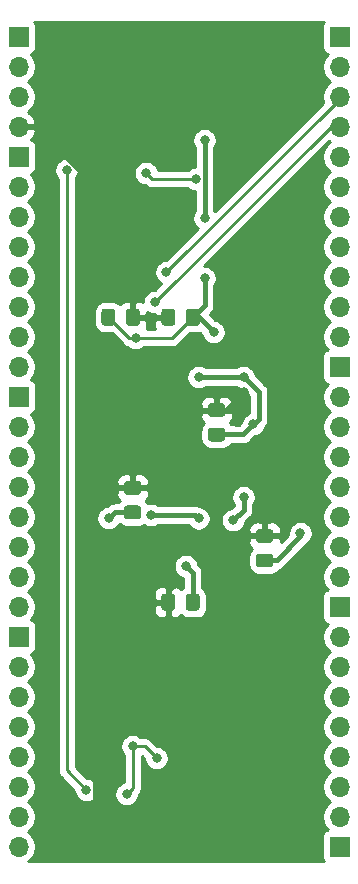
<source format=gbr>
G04 #@! TF.GenerationSoftware,KiCad,Pcbnew,5.1.7-a382d34a8~87~ubuntu20.04.1*
G04 #@! TF.CreationDate,2020-10-24T08:36:22+02:00*
G04 #@! TF.ProjectId,xmega_adapter_board,786d6567-615f-4616-9461-707465725f62,1.2.1*
G04 #@! TF.SameCoordinates,Original*
G04 #@! TF.FileFunction,Copper,L2,Bot*
G04 #@! TF.FilePolarity,Positive*
%FSLAX46Y46*%
G04 Gerber Fmt 4.6, Leading zero omitted, Abs format (unit mm)*
G04 Created by KiCad (PCBNEW 5.1.7-a382d34a8~87~ubuntu20.04.1) date 2020-10-24 08:36:22*
%MOMM*%
%LPD*%
G01*
G04 APERTURE LIST*
G04 #@! TA.AperFunction,ComponentPad*
%ADD10O,1.700000X1.700000*%
G04 #@! TD*
G04 #@! TA.AperFunction,ComponentPad*
%ADD11R,1.700000X1.700000*%
G04 #@! TD*
G04 #@! TA.AperFunction,ViaPad*
%ADD12C,0.800000*%
G04 #@! TD*
G04 #@! TA.AperFunction,Conductor*
%ADD13C,0.400000*%
G04 #@! TD*
G04 #@! TA.AperFunction,Conductor*
%ADD14C,0.250000*%
G04 #@! TD*
G04 #@! TA.AperFunction,Conductor*
%ADD15C,0.254000*%
G04 #@! TD*
G04 #@! TA.AperFunction,Conductor*
%ADD16C,0.100000*%
G04 #@! TD*
G04 APERTURE END LIST*
G04 #@! TA.AperFunction,SMDPad,CuDef*
G36*
G01*
X197055000Y-90645000D02*
X197055000Y-89695000D01*
G75*
G02*
X197305000Y-89445000I250000J0D01*
G01*
X197980000Y-89445000D01*
G75*
G02*
X198230000Y-89695000I0J-250000D01*
G01*
X198230000Y-90645000D01*
G75*
G02*
X197980000Y-90895000I-250000J0D01*
G01*
X197305000Y-90895000D01*
G75*
G02*
X197055000Y-90645000I0J250000D01*
G01*
G37*
G04 #@! TD.AperFunction*
G04 #@! TA.AperFunction,SMDPad,CuDef*
G36*
G01*
X194980000Y-90645000D02*
X194980000Y-89695000D01*
G75*
G02*
X195230000Y-89445000I250000J0D01*
G01*
X195905000Y-89445000D01*
G75*
G02*
X196155000Y-89695000I0J-250000D01*
G01*
X196155000Y-90645000D01*
G75*
G02*
X195905000Y-90895000I-250000J0D01*
G01*
X195230000Y-90895000D01*
G75*
G02*
X194980000Y-90645000I0J250000D01*
G01*
G37*
G04 #@! TD.AperFunction*
G04 #@! TA.AperFunction,SMDPad,CuDef*
G36*
G01*
X201235000Y-89695000D02*
X201235000Y-90645000D01*
G75*
G02*
X200985000Y-90895000I-250000J0D01*
G01*
X200310000Y-90895000D01*
G75*
G02*
X200060000Y-90645000I0J250000D01*
G01*
X200060000Y-89695000D01*
G75*
G02*
X200310000Y-89445000I250000J0D01*
G01*
X200985000Y-89445000D01*
G75*
G02*
X201235000Y-89695000I0J-250000D01*
G01*
G37*
G04 #@! TD.AperFunction*
G04 #@! TA.AperFunction,SMDPad,CuDef*
G36*
G01*
X203310000Y-89695000D02*
X203310000Y-90645000D01*
G75*
G02*
X203060000Y-90895000I-250000J0D01*
G01*
X202385000Y-90895000D01*
G75*
G02*
X202135000Y-90645000I0J250000D01*
G01*
X202135000Y-89695000D01*
G75*
G02*
X202385000Y-89445000I250000J0D01*
G01*
X203060000Y-89445000D01*
G75*
G02*
X203310000Y-89695000I0J-250000D01*
G01*
G37*
G04 #@! TD.AperFunction*
G04 #@! TA.AperFunction,SMDPad,CuDef*
G36*
G01*
X205199000Y-98619000D02*
X204249000Y-98619000D01*
G75*
G02*
X203999000Y-98369000I0J250000D01*
G01*
X203999000Y-97694000D01*
G75*
G02*
X204249000Y-97444000I250000J0D01*
G01*
X205199000Y-97444000D01*
G75*
G02*
X205449000Y-97694000I0J-250000D01*
G01*
X205449000Y-98369000D01*
G75*
G02*
X205199000Y-98619000I-250000J0D01*
G01*
G37*
G04 #@! TD.AperFunction*
G04 #@! TA.AperFunction,SMDPad,CuDef*
G36*
G01*
X205199000Y-100694000D02*
X204249000Y-100694000D01*
G75*
G02*
X203999000Y-100444000I0J250000D01*
G01*
X203999000Y-99769000D01*
G75*
G02*
X204249000Y-99519000I250000J0D01*
G01*
X205199000Y-99519000D01*
G75*
G02*
X205449000Y-99769000I0J-250000D01*
G01*
X205449000Y-100444000D01*
G75*
G02*
X205199000Y-100694000I-250000J0D01*
G01*
G37*
G04 #@! TD.AperFunction*
G04 #@! TA.AperFunction,SMDPad,CuDef*
G36*
G01*
X209263000Y-109278000D02*
X208313000Y-109278000D01*
G75*
G02*
X208063000Y-109028000I0J250000D01*
G01*
X208063000Y-108353000D01*
G75*
G02*
X208313000Y-108103000I250000J0D01*
G01*
X209263000Y-108103000D01*
G75*
G02*
X209513000Y-108353000I0J-250000D01*
G01*
X209513000Y-109028000D01*
G75*
G02*
X209263000Y-109278000I-250000J0D01*
G01*
G37*
G04 #@! TD.AperFunction*
G04 #@! TA.AperFunction,SMDPad,CuDef*
G36*
G01*
X209263000Y-111353000D02*
X208313000Y-111353000D01*
G75*
G02*
X208063000Y-111103000I0J250000D01*
G01*
X208063000Y-110428000D01*
G75*
G02*
X208313000Y-110178000I250000J0D01*
G01*
X209263000Y-110178000D01*
G75*
G02*
X209513000Y-110428000I0J-250000D01*
G01*
X209513000Y-111103000D01*
G75*
G02*
X209263000Y-111353000I-250000J0D01*
G01*
G37*
G04 #@! TD.AperFunction*
G04 #@! TA.AperFunction,SMDPad,CuDef*
G36*
G01*
X201217000Y-113825000D02*
X201217000Y-114775000D01*
G75*
G02*
X200967000Y-115025000I-250000J0D01*
G01*
X200292000Y-115025000D01*
G75*
G02*
X200042000Y-114775000I0J250000D01*
G01*
X200042000Y-113825000D01*
G75*
G02*
X200292000Y-113575000I250000J0D01*
G01*
X200967000Y-113575000D01*
G75*
G02*
X201217000Y-113825000I0J-250000D01*
G01*
G37*
G04 #@! TD.AperFunction*
G04 #@! TA.AperFunction,SMDPad,CuDef*
G36*
G01*
X203292000Y-113825000D02*
X203292000Y-114775000D01*
G75*
G02*
X203042000Y-115025000I-250000J0D01*
G01*
X202367000Y-115025000D01*
G75*
G02*
X202117000Y-114775000I0J250000D01*
G01*
X202117000Y-113825000D01*
G75*
G02*
X202367000Y-113575000I250000J0D01*
G01*
X203042000Y-113575000D01*
G75*
G02*
X203292000Y-113825000I0J-250000D01*
G01*
G37*
G04 #@! TD.AperFunction*
G04 #@! TA.AperFunction,SMDPad,CuDef*
G36*
G01*
X198087000Y-105205000D02*
X197137000Y-105205000D01*
G75*
G02*
X196887000Y-104955000I0J250000D01*
G01*
X196887000Y-104280000D01*
G75*
G02*
X197137000Y-104030000I250000J0D01*
G01*
X198087000Y-104030000D01*
G75*
G02*
X198337000Y-104280000I0J-250000D01*
G01*
X198337000Y-104955000D01*
G75*
G02*
X198087000Y-105205000I-250000J0D01*
G01*
G37*
G04 #@! TD.AperFunction*
G04 #@! TA.AperFunction,SMDPad,CuDef*
G36*
G01*
X198087000Y-107280000D02*
X197137000Y-107280000D01*
G75*
G02*
X196887000Y-107030000I0J250000D01*
G01*
X196887000Y-106355000D01*
G75*
G02*
X197137000Y-106105000I250000J0D01*
G01*
X198087000Y-106105000D01*
G75*
G02*
X198337000Y-106355000I0J-250000D01*
G01*
X198337000Y-107030000D01*
G75*
G02*
X198087000Y-107280000I-250000J0D01*
G01*
G37*
G04 #@! TD.AperFunction*
D10*
X215138000Y-74041000D03*
X215138000Y-71501000D03*
X215138000Y-68961000D03*
D11*
X215138000Y-66421000D03*
D10*
X187960000Y-74041000D03*
X187960000Y-71501000D03*
X187960000Y-68961000D03*
D11*
X187960000Y-66421000D03*
X187960000Y-76581000D03*
D10*
X187960000Y-79121000D03*
X187960000Y-81661000D03*
X187960000Y-84201000D03*
X187960000Y-86741000D03*
X187960000Y-89281000D03*
X187960000Y-91821000D03*
X187960000Y-94361000D03*
X187960000Y-114681000D03*
X187960000Y-112141000D03*
X187960000Y-109601000D03*
X187960000Y-107061000D03*
X187960000Y-104521000D03*
X187960000Y-101981000D03*
X187960000Y-99441000D03*
D11*
X187960000Y-96901000D03*
X187960000Y-117221000D03*
D10*
X187960000Y-119761000D03*
X187960000Y-122301000D03*
X187960000Y-124841000D03*
X187960000Y-127381000D03*
X187960000Y-129921000D03*
X187960000Y-132461000D03*
X187960000Y-135001000D03*
X215138000Y-117221000D03*
X215138000Y-119761000D03*
X215138000Y-122301000D03*
X215138000Y-124841000D03*
X215138000Y-127381000D03*
X215138000Y-129921000D03*
X215138000Y-132461000D03*
D11*
X215138000Y-135001000D03*
X215138000Y-114681000D03*
D10*
X215138000Y-112141000D03*
X215138000Y-109601000D03*
X215138000Y-107061000D03*
X215138000Y-104521000D03*
X215138000Y-101981000D03*
X215138000Y-99441000D03*
X215138000Y-96901000D03*
X215138000Y-76581000D03*
X215138000Y-79121000D03*
X215138000Y-81661000D03*
X215138000Y-84201000D03*
X215138000Y-86741000D03*
X215138000Y-89281000D03*
X215138000Y-91821000D03*
D11*
X215138000Y-94361000D03*
D12*
X207010000Y-98215001D03*
X207010000Y-96520000D03*
X198796000Y-87036000D03*
X201168000Y-112776000D03*
X193515202Y-125951202D03*
X197104000Y-133096000D03*
X197104000Y-72898000D03*
X199521000Y-88900000D03*
X200471000Y-86360000D03*
X198755000Y-77978000D03*
X202946000Y-78486000D03*
X192024000Y-77724000D03*
X193707798Y-130207798D03*
X207011397Y-95248603D03*
X203200000Y-95250000D03*
X207845998Y-99211000D03*
X207011397Y-95248603D03*
X204470000Y-91440000D03*
X203708000Y-75184000D03*
X203708000Y-81788000D03*
X203708000Y-86868000D03*
X202121000Y-111252000D03*
X211827202Y-108458000D03*
X207010000Y-105410000D03*
X206118077Y-107360998D03*
X203200000Y-107211000D03*
X199166103Y-106903897D03*
X195580000Y-107188000D03*
X197612000Y-126492000D03*
X199644000Y-127508000D03*
X197871000Y-91948000D03*
X197104000Y-130556000D03*
D13*
X207010000Y-98215001D02*
X207010000Y-96520000D01*
X197630000Y-90170000D02*
X200660000Y-90170000D01*
X197630000Y-88202000D02*
X198796000Y-87036000D01*
X197630000Y-90170000D02*
X197630000Y-88202000D01*
X205486000Y-98044000D02*
X207010000Y-96520000D01*
X204724000Y-98044000D02*
X205486000Y-98044000D01*
X200660000Y-113284000D02*
X200642000Y-114300000D01*
X201168000Y-112776000D02*
X200660000Y-113284000D01*
X194457799Y-126893799D02*
X194457799Y-131465799D01*
X193515202Y-125951202D02*
X194457799Y-126893799D01*
X196088000Y-133096000D02*
X197104000Y-133096000D01*
X194457799Y-131465799D02*
X196088000Y-133096000D01*
X195961000Y-74041000D02*
X197104000Y-72898000D01*
X187960000Y-74041000D02*
X195961000Y-74041000D01*
X198796000Y-83385998D02*
X198796000Y-87036000D01*
X189451002Y-74041000D02*
X198796000Y-83385998D01*
X187960000Y-74041000D02*
X189451002Y-74041000D01*
D14*
X214380000Y-74041000D02*
X215138000Y-74041000D01*
X199521000Y-88900000D02*
X214380000Y-74041000D01*
X215138000Y-71693000D02*
X215138000Y-71501000D01*
X200471000Y-86360000D02*
X215138000Y-71693000D01*
X198755000Y-77978000D02*
X199263000Y-78486000D01*
X199263000Y-78486000D02*
X202946000Y-78486000D01*
X192024000Y-128524000D02*
X193707798Y-130207798D01*
X192024000Y-77724000D02*
X192024000Y-128524000D01*
D13*
X207011397Y-95248603D02*
X203201397Y-95248603D01*
X203201397Y-95248603D02*
X203200000Y-95250000D01*
X207845998Y-99211000D02*
X208280000Y-98776998D01*
X208280000Y-98776998D02*
X208280000Y-96517206D01*
X208280000Y-96517206D02*
X207011397Y-95248603D01*
X202710000Y-90170000D02*
X203200000Y-90170000D01*
X203200000Y-90170000D02*
X204470000Y-91440000D01*
X203708000Y-75184000D02*
X203708000Y-81788000D01*
X203708000Y-89172000D02*
X202710000Y-90170000D01*
X203708000Y-86868000D02*
X203708000Y-89172000D01*
X202692000Y-114300000D02*
X202692000Y-111823000D01*
X202692000Y-111823000D02*
X202121000Y-111252000D01*
X209804000Y-110762000D02*
X209795000Y-110753000D01*
X204724000Y-100076000D02*
X206962998Y-100094000D01*
X206962998Y-100094000D02*
X207845998Y-99211000D01*
X209795000Y-110753000D02*
X208788000Y-110753000D01*
X209804000Y-110744000D02*
X211827202Y-108720798D01*
X207010000Y-105410000D02*
X207010000Y-106469075D01*
X207010000Y-106469075D02*
X206118077Y-107360998D01*
X202892897Y-106903897D02*
X203200000Y-107211000D01*
X199166103Y-106903897D02*
X202892897Y-106903897D01*
X196088000Y-106680000D02*
X195580000Y-107188000D01*
X197612000Y-106680000D02*
X196088000Y-106680000D01*
D14*
X198628000Y-126492000D02*
X199644000Y-127508000D01*
X197612000Y-126492000D02*
X198628000Y-126492000D01*
X197345500Y-91948000D02*
X195567500Y-90170000D01*
X197871000Y-91948000D02*
X197345500Y-91948000D01*
X200944500Y-91948000D02*
X202722500Y-90170000D01*
X197871000Y-91948000D02*
X200944500Y-91948000D01*
X197612000Y-130048000D02*
X197612000Y-126492000D01*
X197104000Y-130556000D02*
X197612000Y-130048000D01*
D15*
X213757463Y-65216506D02*
X213698498Y-65326820D01*
X213662188Y-65446518D01*
X213649928Y-65571000D01*
X213649928Y-67271000D01*
X213662188Y-67395482D01*
X213698498Y-67515180D01*
X213757463Y-67625494D01*
X213836815Y-67722185D01*
X213933506Y-67801537D01*
X214043820Y-67860502D01*
X214116380Y-67882513D01*
X213984525Y-68014368D01*
X213822010Y-68257589D01*
X213710068Y-68527842D01*
X213653000Y-68814740D01*
X213653000Y-69107260D01*
X213710068Y-69394158D01*
X213822010Y-69664411D01*
X213984525Y-69907632D01*
X214191368Y-70114475D01*
X214365760Y-70231000D01*
X214191368Y-70347525D01*
X213984525Y-70554368D01*
X213822010Y-70797589D01*
X213710068Y-71067842D01*
X213653000Y-71354740D01*
X213653000Y-71647260D01*
X213710068Y-71934158D01*
X213742864Y-72013334D01*
X204558414Y-81197784D01*
X204543000Y-81174715D01*
X204543000Y-75797285D01*
X204625205Y-75674256D01*
X204703226Y-75485898D01*
X204743000Y-75285939D01*
X204743000Y-75082061D01*
X204703226Y-74882102D01*
X204625205Y-74693744D01*
X204511937Y-74524226D01*
X204367774Y-74380063D01*
X204198256Y-74266795D01*
X204009898Y-74188774D01*
X203809939Y-74149000D01*
X203606061Y-74149000D01*
X203406102Y-74188774D01*
X203217744Y-74266795D01*
X203048226Y-74380063D01*
X202904063Y-74524226D01*
X202790795Y-74693744D01*
X202712774Y-74882102D01*
X202673000Y-75082061D01*
X202673000Y-75285939D01*
X202712774Y-75485898D01*
X202790795Y-75674256D01*
X202873000Y-75797285D01*
X202873000Y-77451000D01*
X202844061Y-77451000D01*
X202644102Y-77490774D01*
X202455744Y-77568795D01*
X202286226Y-77682063D01*
X202242289Y-77726000D01*
X199760151Y-77726000D01*
X199750226Y-77676102D01*
X199672205Y-77487744D01*
X199558937Y-77318226D01*
X199414774Y-77174063D01*
X199245256Y-77060795D01*
X199056898Y-76982774D01*
X198856939Y-76943000D01*
X198653061Y-76943000D01*
X198453102Y-76982774D01*
X198264744Y-77060795D01*
X198095226Y-77174063D01*
X197951063Y-77318226D01*
X197837795Y-77487744D01*
X197759774Y-77676102D01*
X197720000Y-77876061D01*
X197720000Y-78079939D01*
X197759774Y-78279898D01*
X197837795Y-78468256D01*
X197951063Y-78637774D01*
X198095226Y-78781937D01*
X198264744Y-78895205D01*
X198453102Y-78973226D01*
X198653061Y-79013000D01*
X198712329Y-79013000D01*
X198722999Y-79026001D01*
X198838724Y-79120974D01*
X198970753Y-79191546D01*
X199114014Y-79235003D01*
X199225667Y-79246000D01*
X199225676Y-79246000D01*
X199262999Y-79249676D01*
X199300322Y-79246000D01*
X202242289Y-79246000D01*
X202286226Y-79289937D01*
X202455744Y-79403205D01*
X202644102Y-79481226D01*
X202844061Y-79521000D01*
X202873001Y-79521000D01*
X202873001Y-81174714D01*
X202790795Y-81297744D01*
X202712774Y-81486102D01*
X202673000Y-81686061D01*
X202673000Y-81889939D01*
X202712774Y-82089898D01*
X202790795Y-82278256D01*
X202904063Y-82447774D01*
X203048226Y-82591937D01*
X203117784Y-82638414D01*
X200431199Y-85325000D01*
X200369061Y-85325000D01*
X200169102Y-85364774D01*
X199980744Y-85442795D01*
X199811226Y-85556063D01*
X199667063Y-85700226D01*
X199553795Y-85869744D01*
X199475774Y-86058102D01*
X199436000Y-86258061D01*
X199436000Y-86461939D01*
X199475774Y-86661898D01*
X199553795Y-86850256D01*
X199667063Y-87019774D01*
X199811226Y-87163937D01*
X199980744Y-87277205D01*
X200043146Y-87303053D01*
X199481199Y-87865000D01*
X199419061Y-87865000D01*
X199219102Y-87904774D01*
X199030744Y-87982795D01*
X198861226Y-88096063D01*
X198717063Y-88240226D01*
X198603795Y-88409744D01*
X198525774Y-88598102D01*
X198486000Y-88798061D01*
X198486000Y-88861816D01*
X198474180Y-88855498D01*
X198354482Y-88819188D01*
X198230000Y-88806928D01*
X197928250Y-88810000D01*
X197769500Y-88968750D01*
X197769500Y-90043000D01*
X198706250Y-90043000D01*
X198865000Y-89884250D01*
X198866238Y-89707286D01*
X199030744Y-89817205D01*
X199219102Y-89895226D01*
X199419061Y-89935000D01*
X199475750Y-89935000D01*
X199583750Y-90043000D01*
X200520500Y-90043000D01*
X200520500Y-90023000D01*
X200774500Y-90023000D01*
X200774500Y-90043000D01*
X200794500Y-90043000D01*
X200794500Y-90297000D01*
X200774500Y-90297000D01*
X200774500Y-90317000D01*
X200520500Y-90317000D01*
X200520500Y-90297000D01*
X199583750Y-90297000D01*
X199425000Y-90455750D01*
X199421928Y-90895000D01*
X199434188Y-91019482D01*
X199470498Y-91139180D01*
X199496593Y-91188000D01*
X198793407Y-91188000D01*
X198819502Y-91139180D01*
X198855812Y-91019482D01*
X198868072Y-90895000D01*
X198865000Y-90455750D01*
X198706250Y-90297000D01*
X197769500Y-90297000D01*
X197769500Y-90317000D01*
X197515500Y-90317000D01*
X197515500Y-90297000D01*
X197495500Y-90297000D01*
X197495500Y-90043000D01*
X197515500Y-90043000D01*
X197515500Y-88968750D01*
X197356750Y-88810000D01*
X197055000Y-88806928D01*
X196930518Y-88819188D01*
X196810820Y-88855498D01*
X196700506Y-88914463D01*
X196603815Y-88993815D01*
X196538342Y-89073594D01*
X196532962Y-89067038D01*
X196398386Y-88956595D01*
X196244850Y-88874528D01*
X196078254Y-88823992D01*
X195905000Y-88806928D01*
X195230000Y-88806928D01*
X195056746Y-88823992D01*
X194890150Y-88874528D01*
X194736614Y-88956595D01*
X194602038Y-89067038D01*
X194491595Y-89201614D01*
X194409528Y-89355150D01*
X194358992Y-89521746D01*
X194341928Y-89695000D01*
X194341928Y-90645000D01*
X194358992Y-90818254D01*
X194409528Y-90984850D01*
X194491595Y-91138386D01*
X194602038Y-91272962D01*
X194736614Y-91383405D01*
X194890150Y-91465472D01*
X195056746Y-91516008D01*
X195230000Y-91533072D01*
X195855771Y-91533072D01*
X196781701Y-92459003D01*
X196805499Y-92488001D01*
X196921224Y-92582974D01*
X197053253Y-92653546D01*
X197138778Y-92679489D01*
X197211226Y-92751937D01*
X197380744Y-92865205D01*
X197569102Y-92943226D01*
X197769061Y-92983000D01*
X197972939Y-92983000D01*
X198172898Y-92943226D01*
X198361256Y-92865205D01*
X198530774Y-92751937D01*
X198574711Y-92708000D01*
X200907178Y-92708000D01*
X200944500Y-92711676D01*
X200981822Y-92708000D01*
X200981833Y-92708000D01*
X201093486Y-92697003D01*
X201236747Y-92653546D01*
X201368776Y-92582974D01*
X201484501Y-92488001D01*
X201508304Y-92458997D01*
X202434230Y-91533072D01*
X203060000Y-91533072D01*
X203233254Y-91516008D01*
X203334445Y-91485312D01*
X203445908Y-91596775D01*
X203474774Y-91741898D01*
X203552795Y-91930256D01*
X203666063Y-92099774D01*
X203810226Y-92243937D01*
X203979744Y-92357205D01*
X204168102Y-92435226D01*
X204368061Y-92475000D01*
X204571939Y-92475000D01*
X204771898Y-92435226D01*
X204960256Y-92357205D01*
X205129774Y-92243937D01*
X205273937Y-92099774D01*
X205387205Y-91930256D01*
X205465226Y-91741898D01*
X205505000Y-91541939D01*
X205505000Y-91338061D01*
X205465226Y-91138102D01*
X205387205Y-90949744D01*
X205273937Y-90780226D01*
X205129774Y-90636063D01*
X204960256Y-90522795D01*
X204771898Y-90444774D01*
X204626775Y-90415908D01*
X204135868Y-89925000D01*
X204269426Y-89791442D01*
X204301291Y-89765291D01*
X204405636Y-89638146D01*
X204483172Y-89493087D01*
X204530918Y-89335689D01*
X204543000Y-89213019D01*
X204547040Y-89172001D01*
X204543000Y-89130982D01*
X204543000Y-87481285D01*
X204625205Y-87358256D01*
X204703226Y-87169898D01*
X204743000Y-86969939D01*
X204743000Y-86766061D01*
X204703226Y-86566102D01*
X204625205Y-86377744D01*
X204511937Y-86208226D01*
X204367774Y-86064063D01*
X204198256Y-85950795D01*
X204009898Y-85872774D01*
X203809939Y-85833000D01*
X203662801Y-85833000D01*
X214257284Y-75238518D01*
X214365760Y-75311000D01*
X214191368Y-75427525D01*
X213984525Y-75634368D01*
X213822010Y-75877589D01*
X213710068Y-76147842D01*
X213653000Y-76434740D01*
X213653000Y-76727260D01*
X213710068Y-77014158D01*
X213822010Y-77284411D01*
X213984525Y-77527632D01*
X214191368Y-77734475D01*
X214365760Y-77851000D01*
X214191368Y-77967525D01*
X213984525Y-78174368D01*
X213822010Y-78417589D01*
X213710068Y-78687842D01*
X213653000Y-78974740D01*
X213653000Y-79267260D01*
X213710068Y-79554158D01*
X213822010Y-79824411D01*
X213984525Y-80067632D01*
X214191368Y-80274475D01*
X214365760Y-80391000D01*
X214191368Y-80507525D01*
X213984525Y-80714368D01*
X213822010Y-80957589D01*
X213710068Y-81227842D01*
X213653000Y-81514740D01*
X213653000Y-81807260D01*
X213710068Y-82094158D01*
X213822010Y-82364411D01*
X213984525Y-82607632D01*
X214191368Y-82814475D01*
X214365760Y-82931000D01*
X214191368Y-83047525D01*
X213984525Y-83254368D01*
X213822010Y-83497589D01*
X213710068Y-83767842D01*
X213653000Y-84054740D01*
X213653000Y-84347260D01*
X213710068Y-84634158D01*
X213822010Y-84904411D01*
X213984525Y-85147632D01*
X214191368Y-85354475D01*
X214365760Y-85471000D01*
X214191368Y-85587525D01*
X213984525Y-85794368D01*
X213822010Y-86037589D01*
X213710068Y-86307842D01*
X213653000Y-86594740D01*
X213653000Y-86887260D01*
X213710068Y-87174158D01*
X213822010Y-87444411D01*
X213984525Y-87687632D01*
X214191368Y-87894475D01*
X214365760Y-88011000D01*
X214191368Y-88127525D01*
X213984525Y-88334368D01*
X213822010Y-88577589D01*
X213710068Y-88847842D01*
X213653000Y-89134740D01*
X213653000Y-89427260D01*
X213710068Y-89714158D01*
X213822010Y-89984411D01*
X213984525Y-90227632D01*
X214191368Y-90434475D01*
X214365760Y-90551000D01*
X214191368Y-90667525D01*
X213984525Y-90874368D01*
X213822010Y-91117589D01*
X213710068Y-91387842D01*
X213653000Y-91674740D01*
X213653000Y-91967260D01*
X213710068Y-92254158D01*
X213822010Y-92524411D01*
X213984525Y-92767632D01*
X214116380Y-92899487D01*
X214043820Y-92921498D01*
X213933506Y-92980463D01*
X213836815Y-93059815D01*
X213757463Y-93156506D01*
X213698498Y-93266820D01*
X213662188Y-93386518D01*
X213649928Y-93511000D01*
X213649928Y-95211000D01*
X213662188Y-95335482D01*
X213698498Y-95455180D01*
X213757463Y-95565494D01*
X213836815Y-95662185D01*
X213933506Y-95741537D01*
X214043820Y-95800502D01*
X214116380Y-95822513D01*
X213984525Y-95954368D01*
X213822010Y-96197589D01*
X213710068Y-96467842D01*
X213653000Y-96754740D01*
X213653000Y-97047260D01*
X213710068Y-97334158D01*
X213822010Y-97604411D01*
X213984525Y-97847632D01*
X214191368Y-98054475D01*
X214365760Y-98171000D01*
X214191368Y-98287525D01*
X213984525Y-98494368D01*
X213822010Y-98737589D01*
X213710068Y-99007842D01*
X213653000Y-99294740D01*
X213653000Y-99587260D01*
X213710068Y-99874158D01*
X213822010Y-100144411D01*
X213984525Y-100387632D01*
X214191368Y-100594475D01*
X214365760Y-100711000D01*
X214191368Y-100827525D01*
X213984525Y-101034368D01*
X213822010Y-101277589D01*
X213710068Y-101547842D01*
X213653000Y-101834740D01*
X213653000Y-102127260D01*
X213710068Y-102414158D01*
X213822010Y-102684411D01*
X213984525Y-102927632D01*
X214191368Y-103134475D01*
X214365760Y-103251000D01*
X214191368Y-103367525D01*
X213984525Y-103574368D01*
X213822010Y-103817589D01*
X213710068Y-104087842D01*
X213653000Y-104374740D01*
X213653000Y-104667260D01*
X213710068Y-104954158D01*
X213822010Y-105224411D01*
X213984525Y-105467632D01*
X214191368Y-105674475D01*
X214365760Y-105791000D01*
X214191368Y-105907525D01*
X213984525Y-106114368D01*
X213822010Y-106357589D01*
X213710068Y-106627842D01*
X213653000Y-106914740D01*
X213653000Y-107207260D01*
X213710068Y-107494158D01*
X213822010Y-107764411D01*
X213984525Y-108007632D01*
X214191368Y-108214475D01*
X214365760Y-108331000D01*
X214191368Y-108447525D01*
X213984525Y-108654368D01*
X213822010Y-108897589D01*
X213710068Y-109167842D01*
X213653000Y-109454740D01*
X213653000Y-109747260D01*
X213710068Y-110034158D01*
X213822010Y-110304411D01*
X213984525Y-110547632D01*
X214191368Y-110754475D01*
X214365760Y-110871000D01*
X214191368Y-110987525D01*
X213984525Y-111194368D01*
X213822010Y-111437589D01*
X213710068Y-111707842D01*
X213653000Y-111994740D01*
X213653000Y-112287260D01*
X213710068Y-112574158D01*
X213822010Y-112844411D01*
X213984525Y-113087632D01*
X214116380Y-113219487D01*
X214043820Y-113241498D01*
X213933506Y-113300463D01*
X213836815Y-113379815D01*
X213757463Y-113476506D01*
X213698498Y-113586820D01*
X213662188Y-113706518D01*
X213649928Y-113831000D01*
X213649928Y-115531000D01*
X213662188Y-115655482D01*
X213698498Y-115775180D01*
X213757463Y-115885494D01*
X213836815Y-115982185D01*
X213933506Y-116061537D01*
X214043820Y-116120502D01*
X214116380Y-116142513D01*
X213984525Y-116274368D01*
X213822010Y-116517589D01*
X213710068Y-116787842D01*
X213653000Y-117074740D01*
X213653000Y-117367260D01*
X213710068Y-117654158D01*
X213822010Y-117924411D01*
X213984525Y-118167632D01*
X214191368Y-118374475D01*
X214365760Y-118491000D01*
X214191368Y-118607525D01*
X213984525Y-118814368D01*
X213822010Y-119057589D01*
X213710068Y-119327842D01*
X213653000Y-119614740D01*
X213653000Y-119907260D01*
X213710068Y-120194158D01*
X213822010Y-120464411D01*
X213984525Y-120707632D01*
X214191368Y-120914475D01*
X214365760Y-121031000D01*
X214191368Y-121147525D01*
X213984525Y-121354368D01*
X213822010Y-121597589D01*
X213710068Y-121867842D01*
X213653000Y-122154740D01*
X213653000Y-122447260D01*
X213710068Y-122734158D01*
X213822010Y-123004411D01*
X213984525Y-123247632D01*
X214191368Y-123454475D01*
X214365760Y-123571000D01*
X214191368Y-123687525D01*
X213984525Y-123894368D01*
X213822010Y-124137589D01*
X213710068Y-124407842D01*
X213653000Y-124694740D01*
X213653000Y-124987260D01*
X213710068Y-125274158D01*
X213822010Y-125544411D01*
X213984525Y-125787632D01*
X214191368Y-125994475D01*
X214365760Y-126111000D01*
X214191368Y-126227525D01*
X213984525Y-126434368D01*
X213822010Y-126677589D01*
X213710068Y-126947842D01*
X213653000Y-127234740D01*
X213653000Y-127527260D01*
X213710068Y-127814158D01*
X213822010Y-128084411D01*
X213984525Y-128327632D01*
X214191368Y-128534475D01*
X214365760Y-128651000D01*
X214191368Y-128767525D01*
X213984525Y-128974368D01*
X213822010Y-129217589D01*
X213710068Y-129487842D01*
X213653000Y-129774740D01*
X213653000Y-130067260D01*
X213710068Y-130354158D01*
X213822010Y-130624411D01*
X213984525Y-130867632D01*
X214191368Y-131074475D01*
X214365760Y-131191000D01*
X214191368Y-131307525D01*
X213984525Y-131514368D01*
X213822010Y-131757589D01*
X213710068Y-132027842D01*
X213653000Y-132314740D01*
X213653000Y-132607260D01*
X213710068Y-132894158D01*
X213822010Y-133164411D01*
X213984525Y-133407632D01*
X214116380Y-133539487D01*
X214043820Y-133561498D01*
X213933506Y-133620463D01*
X213836815Y-133699815D01*
X213757463Y-133796506D01*
X213698498Y-133906820D01*
X213662188Y-134026518D01*
X213649928Y-134151000D01*
X213649928Y-135851000D01*
X213662188Y-135975482D01*
X213698498Y-136095180D01*
X213757463Y-136205494D01*
X213790705Y-136246000D01*
X188769655Y-136246000D01*
X188906632Y-136154475D01*
X189113475Y-135947632D01*
X189275990Y-135704411D01*
X189387932Y-135434158D01*
X189445000Y-135147260D01*
X189445000Y-134854740D01*
X189387932Y-134567842D01*
X189275990Y-134297589D01*
X189113475Y-134054368D01*
X188906632Y-133847525D01*
X188732240Y-133731000D01*
X188906632Y-133614475D01*
X189113475Y-133407632D01*
X189275990Y-133164411D01*
X189387932Y-132894158D01*
X189445000Y-132607260D01*
X189445000Y-132314740D01*
X189387932Y-132027842D01*
X189275990Y-131757589D01*
X189113475Y-131514368D01*
X188906632Y-131307525D01*
X188732240Y-131191000D01*
X188906632Y-131074475D01*
X189113475Y-130867632D01*
X189275990Y-130624411D01*
X189387932Y-130354158D01*
X189445000Y-130067260D01*
X189445000Y-129774740D01*
X189387932Y-129487842D01*
X189275990Y-129217589D01*
X189113475Y-128974368D01*
X188906632Y-128767525D01*
X188732240Y-128651000D01*
X188906632Y-128534475D01*
X189113475Y-128327632D01*
X189275990Y-128084411D01*
X189387932Y-127814158D01*
X189445000Y-127527260D01*
X189445000Y-127234740D01*
X189387932Y-126947842D01*
X189275990Y-126677589D01*
X189113475Y-126434368D01*
X188906632Y-126227525D01*
X188732240Y-126111000D01*
X188906632Y-125994475D01*
X189113475Y-125787632D01*
X189275990Y-125544411D01*
X189387932Y-125274158D01*
X189445000Y-124987260D01*
X189445000Y-124694740D01*
X189387932Y-124407842D01*
X189275990Y-124137589D01*
X189113475Y-123894368D01*
X188906632Y-123687525D01*
X188732240Y-123571000D01*
X188906632Y-123454475D01*
X189113475Y-123247632D01*
X189275990Y-123004411D01*
X189387932Y-122734158D01*
X189445000Y-122447260D01*
X189445000Y-122154740D01*
X189387932Y-121867842D01*
X189275990Y-121597589D01*
X189113475Y-121354368D01*
X188906632Y-121147525D01*
X188732240Y-121031000D01*
X188906632Y-120914475D01*
X189113475Y-120707632D01*
X189275990Y-120464411D01*
X189387932Y-120194158D01*
X189445000Y-119907260D01*
X189445000Y-119614740D01*
X189387932Y-119327842D01*
X189275990Y-119057589D01*
X189113475Y-118814368D01*
X188981620Y-118682513D01*
X189054180Y-118660502D01*
X189164494Y-118601537D01*
X189261185Y-118522185D01*
X189340537Y-118425494D01*
X189399502Y-118315180D01*
X189435812Y-118195482D01*
X189448072Y-118071000D01*
X189448072Y-116371000D01*
X189435812Y-116246518D01*
X189399502Y-116126820D01*
X189340537Y-116016506D01*
X189261185Y-115919815D01*
X189164494Y-115840463D01*
X189054180Y-115781498D01*
X188981620Y-115759487D01*
X189113475Y-115627632D01*
X189275990Y-115384411D01*
X189387932Y-115114158D01*
X189445000Y-114827260D01*
X189445000Y-114534740D01*
X189387932Y-114247842D01*
X189275990Y-113977589D01*
X189113475Y-113734368D01*
X188906632Y-113527525D01*
X188732240Y-113411000D01*
X188906632Y-113294475D01*
X189113475Y-113087632D01*
X189275990Y-112844411D01*
X189387932Y-112574158D01*
X189445000Y-112287260D01*
X189445000Y-111994740D01*
X189387932Y-111707842D01*
X189275990Y-111437589D01*
X189113475Y-111194368D01*
X188906632Y-110987525D01*
X188732240Y-110871000D01*
X188906632Y-110754475D01*
X189113475Y-110547632D01*
X189275990Y-110304411D01*
X189387932Y-110034158D01*
X189445000Y-109747260D01*
X189445000Y-109454740D01*
X189387932Y-109167842D01*
X189275990Y-108897589D01*
X189113475Y-108654368D01*
X188906632Y-108447525D01*
X188732240Y-108331000D01*
X188906632Y-108214475D01*
X189113475Y-108007632D01*
X189275990Y-107764411D01*
X189387932Y-107494158D01*
X189445000Y-107207260D01*
X189445000Y-106914740D01*
X189387932Y-106627842D01*
X189275990Y-106357589D01*
X189113475Y-106114368D01*
X188906632Y-105907525D01*
X188732240Y-105791000D01*
X188906632Y-105674475D01*
X189113475Y-105467632D01*
X189275990Y-105224411D01*
X189387932Y-104954158D01*
X189445000Y-104667260D01*
X189445000Y-104374740D01*
X189387932Y-104087842D01*
X189275990Y-103817589D01*
X189113475Y-103574368D01*
X188906632Y-103367525D01*
X188732240Y-103251000D01*
X188906632Y-103134475D01*
X189113475Y-102927632D01*
X189275990Y-102684411D01*
X189387932Y-102414158D01*
X189445000Y-102127260D01*
X189445000Y-101834740D01*
X189387932Y-101547842D01*
X189275990Y-101277589D01*
X189113475Y-101034368D01*
X188906632Y-100827525D01*
X188732240Y-100711000D01*
X188906632Y-100594475D01*
X189113475Y-100387632D01*
X189275990Y-100144411D01*
X189387932Y-99874158D01*
X189445000Y-99587260D01*
X189445000Y-99294740D01*
X189387932Y-99007842D01*
X189275990Y-98737589D01*
X189113475Y-98494368D01*
X188981620Y-98362513D01*
X189054180Y-98340502D01*
X189164494Y-98281537D01*
X189261185Y-98202185D01*
X189340537Y-98105494D01*
X189399502Y-97995180D01*
X189435812Y-97875482D01*
X189448072Y-97751000D01*
X189448072Y-96051000D01*
X189435812Y-95926518D01*
X189399502Y-95806820D01*
X189340537Y-95696506D01*
X189261185Y-95599815D01*
X189164494Y-95520463D01*
X189054180Y-95461498D01*
X188981620Y-95439487D01*
X189113475Y-95307632D01*
X189275990Y-95064411D01*
X189387932Y-94794158D01*
X189445000Y-94507260D01*
X189445000Y-94214740D01*
X189387932Y-93927842D01*
X189275990Y-93657589D01*
X189113475Y-93414368D01*
X188906632Y-93207525D01*
X188732240Y-93091000D01*
X188906632Y-92974475D01*
X189113475Y-92767632D01*
X189275990Y-92524411D01*
X189387932Y-92254158D01*
X189445000Y-91967260D01*
X189445000Y-91674740D01*
X189387932Y-91387842D01*
X189275990Y-91117589D01*
X189113475Y-90874368D01*
X188906632Y-90667525D01*
X188732240Y-90551000D01*
X188906632Y-90434475D01*
X189113475Y-90227632D01*
X189275990Y-89984411D01*
X189387932Y-89714158D01*
X189445000Y-89427260D01*
X189445000Y-89134740D01*
X189387932Y-88847842D01*
X189275990Y-88577589D01*
X189113475Y-88334368D01*
X188906632Y-88127525D01*
X188732240Y-88011000D01*
X188906632Y-87894475D01*
X189113475Y-87687632D01*
X189275990Y-87444411D01*
X189387932Y-87174158D01*
X189445000Y-86887260D01*
X189445000Y-86594740D01*
X189387932Y-86307842D01*
X189275990Y-86037589D01*
X189113475Y-85794368D01*
X188906632Y-85587525D01*
X188732240Y-85471000D01*
X188906632Y-85354475D01*
X189113475Y-85147632D01*
X189275990Y-84904411D01*
X189387932Y-84634158D01*
X189445000Y-84347260D01*
X189445000Y-84054740D01*
X189387932Y-83767842D01*
X189275990Y-83497589D01*
X189113475Y-83254368D01*
X188906632Y-83047525D01*
X188732240Y-82931000D01*
X188906632Y-82814475D01*
X189113475Y-82607632D01*
X189275990Y-82364411D01*
X189387932Y-82094158D01*
X189445000Y-81807260D01*
X189445000Y-81514740D01*
X189387932Y-81227842D01*
X189275990Y-80957589D01*
X189113475Y-80714368D01*
X188906632Y-80507525D01*
X188732240Y-80391000D01*
X188906632Y-80274475D01*
X189113475Y-80067632D01*
X189275990Y-79824411D01*
X189387932Y-79554158D01*
X189445000Y-79267260D01*
X189445000Y-78974740D01*
X189387932Y-78687842D01*
X189275990Y-78417589D01*
X189113475Y-78174368D01*
X188981620Y-78042513D01*
X189054180Y-78020502D01*
X189164494Y-77961537D01*
X189261185Y-77882185D01*
X189340537Y-77785494D01*
X189399502Y-77675180D01*
X189415615Y-77622061D01*
X190989000Y-77622061D01*
X190989000Y-77825939D01*
X191028774Y-78025898D01*
X191106795Y-78214256D01*
X191220063Y-78383774D01*
X191264000Y-78427711D01*
X191264001Y-128486667D01*
X191260324Y-128524000D01*
X191264001Y-128561333D01*
X191274998Y-128672986D01*
X191288180Y-128716442D01*
X191318454Y-128816246D01*
X191389026Y-128948276D01*
X191460201Y-129035002D01*
X191484000Y-129064001D01*
X191512998Y-129087799D01*
X192672798Y-130247600D01*
X192672798Y-130309737D01*
X192712572Y-130509696D01*
X192790593Y-130698054D01*
X192903861Y-130867572D01*
X193048024Y-131011735D01*
X193217542Y-131125003D01*
X193405900Y-131203024D01*
X193605859Y-131242798D01*
X193809737Y-131242798D01*
X194009696Y-131203024D01*
X194198054Y-131125003D01*
X194367572Y-131011735D01*
X194511735Y-130867572D01*
X194625003Y-130698054D01*
X194703024Y-130509696D01*
X194714090Y-130454061D01*
X196069000Y-130454061D01*
X196069000Y-130657939D01*
X196108774Y-130857898D01*
X196186795Y-131046256D01*
X196300063Y-131215774D01*
X196444226Y-131359937D01*
X196613744Y-131473205D01*
X196802102Y-131551226D01*
X197002061Y-131591000D01*
X197205939Y-131591000D01*
X197405898Y-131551226D01*
X197594256Y-131473205D01*
X197763774Y-131359937D01*
X197907937Y-131215774D01*
X198021205Y-131046256D01*
X198099226Y-130857898D01*
X198139000Y-130657939D01*
X198139000Y-130598671D01*
X198152001Y-130588001D01*
X198246974Y-130472276D01*
X198317546Y-130340247D01*
X198361003Y-130196986D01*
X198372000Y-130085333D01*
X198372000Y-130085324D01*
X198375676Y-130048001D01*
X198372000Y-130010678D01*
X198372000Y-127310801D01*
X198609000Y-127547802D01*
X198609000Y-127609939D01*
X198648774Y-127809898D01*
X198726795Y-127998256D01*
X198840063Y-128167774D01*
X198984226Y-128311937D01*
X199153744Y-128425205D01*
X199342102Y-128503226D01*
X199542061Y-128543000D01*
X199745939Y-128543000D01*
X199945898Y-128503226D01*
X200134256Y-128425205D01*
X200303774Y-128311937D01*
X200447937Y-128167774D01*
X200561205Y-127998256D01*
X200639226Y-127809898D01*
X200679000Y-127609939D01*
X200679000Y-127406061D01*
X200639226Y-127206102D01*
X200561205Y-127017744D01*
X200447937Y-126848226D01*
X200303774Y-126704063D01*
X200134256Y-126590795D01*
X199945898Y-126512774D01*
X199745939Y-126473000D01*
X199683802Y-126473000D01*
X199191804Y-125981002D01*
X199168001Y-125951999D01*
X199052276Y-125857026D01*
X198920247Y-125786454D01*
X198776986Y-125742997D01*
X198665333Y-125732000D01*
X198665322Y-125732000D01*
X198628000Y-125728324D01*
X198590678Y-125732000D01*
X198315711Y-125732000D01*
X198271774Y-125688063D01*
X198102256Y-125574795D01*
X197913898Y-125496774D01*
X197713939Y-125457000D01*
X197510061Y-125457000D01*
X197310102Y-125496774D01*
X197121744Y-125574795D01*
X196952226Y-125688063D01*
X196808063Y-125832226D01*
X196694795Y-126001744D01*
X196616774Y-126190102D01*
X196577000Y-126390061D01*
X196577000Y-126593939D01*
X196616774Y-126793898D01*
X196694795Y-126982256D01*
X196808063Y-127151774D01*
X196852001Y-127195712D01*
X196852000Y-129550849D01*
X196802102Y-129560774D01*
X196613744Y-129638795D01*
X196444226Y-129752063D01*
X196300063Y-129896226D01*
X196186795Y-130065744D01*
X196108774Y-130254102D01*
X196069000Y-130454061D01*
X194714090Y-130454061D01*
X194742798Y-130309737D01*
X194742798Y-130105859D01*
X194703024Y-129905900D01*
X194625003Y-129717542D01*
X194511735Y-129548024D01*
X194367572Y-129403861D01*
X194198054Y-129290593D01*
X194009696Y-129212572D01*
X193809737Y-129172798D01*
X193747600Y-129172798D01*
X192784000Y-128209199D01*
X192784000Y-115025000D01*
X199403928Y-115025000D01*
X199416188Y-115149482D01*
X199452498Y-115269180D01*
X199511463Y-115379494D01*
X199590815Y-115476185D01*
X199687506Y-115555537D01*
X199797820Y-115614502D01*
X199917518Y-115650812D01*
X200042000Y-115663072D01*
X200343750Y-115660000D01*
X200502500Y-115501250D01*
X200502500Y-114427000D01*
X199565750Y-114427000D01*
X199407000Y-114585750D01*
X199403928Y-115025000D01*
X192784000Y-115025000D01*
X192784000Y-113575000D01*
X199403928Y-113575000D01*
X199407000Y-114014250D01*
X199565750Y-114173000D01*
X200502500Y-114173000D01*
X200502500Y-113098750D01*
X200756500Y-113098750D01*
X200756500Y-114173000D01*
X200776500Y-114173000D01*
X200776500Y-114427000D01*
X200756500Y-114427000D01*
X200756500Y-115501250D01*
X200915250Y-115660000D01*
X201217000Y-115663072D01*
X201341482Y-115650812D01*
X201461180Y-115614502D01*
X201571494Y-115555537D01*
X201668185Y-115476185D01*
X201733658Y-115396406D01*
X201739038Y-115402962D01*
X201873614Y-115513405D01*
X202027150Y-115595472D01*
X202193746Y-115646008D01*
X202367000Y-115663072D01*
X203042000Y-115663072D01*
X203215254Y-115646008D01*
X203381850Y-115595472D01*
X203535386Y-115513405D01*
X203669962Y-115402962D01*
X203780405Y-115268386D01*
X203862472Y-115114850D01*
X203913008Y-114948254D01*
X203930072Y-114775000D01*
X203930072Y-113825000D01*
X203913008Y-113651746D01*
X203862472Y-113485150D01*
X203780405Y-113331614D01*
X203669962Y-113197038D01*
X203535386Y-113086595D01*
X203527000Y-113082113D01*
X203527000Y-111864018D01*
X203531040Y-111823000D01*
X203514918Y-111659311D01*
X203467172Y-111501913D01*
X203389636Y-111356854D01*
X203311439Y-111261570D01*
X203311437Y-111261568D01*
X203285291Y-111229709D01*
X203253431Y-111203562D01*
X203145092Y-111095224D01*
X203116226Y-110950102D01*
X203038205Y-110761744D01*
X202924937Y-110592226D01*
X202780774Y-110448063D01*
X202611256Y-110334795D01*
X202422898Y-110256774D01*
X202222939Y-110217000D01*
X202019061Y-110217000D01*
X201819102Y-110256774D01*
X201630744Y-110334795D01*
X201461226Y-110448063D01*
X201317063Y-110592226D01*
X201203795Y-110761744D01*
X201125774Y-110950102D01*
X201086000Y-111150061D01*
X201086000Y-111353939D01*
X201125774Y-111553898D01*
X201203795Y-111742256D01*
X201317063Y-111911774D01*
X201461226Y-112055937D01*
X201630744Y-112169205D01*
X201819102Y-112247226D01*
X201857001Y-112254764D01*
X201857000Y-113100229D01*
X201739038Y-113197038D01*
X201733658Y-113203594D01*
X201668185Y-113123815D01*
X201571494Y-113044463D01*
X201461180Y-112985498D01*
X201341482Y-112949188D01*
X201217000Y-112936928D01*
X200915250Y-112940000D01*
X200756500Y-113098750D01*
X200502500Y-113098750D01*
X200343750Y-112940000D01*
X200042000Y-112936928D01*
X199917518Y-112949188D01*
X199797820Y-112985498D01*
X199687506Y-113044463D01*
X199590815Y-113123815D01*
X199511463Y-113220506D01*
X199452498Y-113330820D01*
X199416188Y-113450518D01*
X199403928Y-113575000D01*
X192784000Y-113575000D01*
X192784000Y-109278000D01*
X207424928Y-109278000D01*
X207437188Y-109402482D01*
X207473498Y-109522180D01*
X207532463Y-109632494D01*
X207611815Y-109729185D01*
X207691594Y-109794658D01*
X207685038Y-109800038D01*
X207574595Y-109934614D01*
X207492528Y-110088150D01*
X207441992Y-110254746D01*
X207424928Y-110428000D01*
X207424928Y-111103000D01*
X207441992Y-111276254D01*
X207492528Y-111442850D01*
X207574595Y-111596386D01*
X207685038Y-111730962D01*
X207819614Y-111841405D01*
X207973150Y-111923472D01*
X208139746Y-111974008D01*
X208313000Y-111991072D01*
X209263000Y-111991072D01*
X209436254Y-111974008D01*
X209602850Y-111923472D01*
X209756386Y-111841405D01*
X209890962Y-111730962D01*
X210001405Y-111596386D01*
X210015246Y-111570492D01*
X210125086Y-111537172D01*
X210270145Y-111459636D01*
X210397290Y-111355290D01*
X210501636Y-111228145D01*
X210502685Y-111226182D01*
X212426570Y-109302299D01*
X212486976Y-109261937D01*
X212631139Y-109117774D01*
X212744407Y-108948256D01*
X212822428Y-108759898D01*
X212862202Y-108559939D01*
X212862202Y-108356061D01*
X212822428Y-108156102D01*
X212744407Y-107967744D01*
X212631139Y-107798226D01*
X212486976Y-107654063D01*
X212317458Y-107540795D01*
X212129100Y-107462774D01*
X211929141Y-107423000D01*
X211725263Y-107423000D01*
X211525304Y-107462774D01*
X211336946Y-107540795D01*
X211167428Y-107654063D01*
X211023265Y-107798226D01*
X210909997Y-107967744D01*
X210831976Y-108156102D01*
X210792202Y-108356061D01*
X210792202Y-108559939D01*
X210794689Y-108572442D01*
X210150448Y-109216684D01*
X210148000Y-108976250D01*
X209989250Y-108817500D01*
X208915000Y-108817500D01*
X208915000Y-108837500D01*
X208661000Y-108837500D01*
X208661000Y-108817500D01*
X207586750Y-108817500D01*
X207428000Y-108976250D01*
X207424928Y-109278000D01*
X192784000Y-109278000D01*
X192784000Y-107086061D01*
X194545000Y-107086061D01*
X194545000Y-107289939D01*
X194584774Y-107489898D01*
X194662795Y-107678256D01*
X194776063Y-107847774D01*
X194920226Y-107991937D01*
X195089744Y-108105205D01*
X195278102Y-108183226D01*
X195478061Y-108223000D01*
X195681939Y-108223000D01*
X195881898Y-108183226D01*
X196070256Y-108105205D01*
X196239774Y-107991937D01*
X196383937Y-107847774D01*
X196497205Y-107678256D01*
X196506761Y-107655187D01*
X196509038Y-107657962D01*
X196643614Y-107768405D01*
X196797150Y-107850472D01*
X196963746Y-107901008D01*
X197137000Y-107918072D01*
X198087000Y-107918072D01*
X198260254Y-107901008D01*
X198426850Y-107850472D01*
X198580386Y-107768405D01*
X198587833Y-107762293D01*
X198675847Y-107821102D01*
X198864205Y-107899123D01*
X199064164Y-107938897D01*
X199268042Y-107938897D01*
X199468001Y-107899123D01*
X199656359Y-107821102D01*
X199779388Y-107738897D01*
X202307946Y-107738897D01*
X202396063Y-107870774D01*
X202540226Y-108014937D01*
X202709744Y-108128205D01*
X202898102Y-108206226D01*
X203098061Y-108246000D01*
X203301939Y-108246000D01*
X203501898Y-108206226D01*
X203690256Y-108128205D01*
X203859774Y-108014937D01*
X204003937Y-107870774D01*
X204117205Y-107701256D01*
X204195226Y-107512898D01*
X204235000Y-107312939D01*
X204235000Y-107259059D01*
X205083077Y-107259059D01*
X205083077Y-107462937D01*
X205122851Y-107662896D01*
X205200872Y-107851254D01*
X205314140Y-108020772D01*
X205458303Y-108164935D01*
X205627821Y-108278203D01*
X205816179Y-108356224D01*
X206016138Y-108395998D01*
X206220016Y-108395998D01*
X206419975Y-108356224D01*
X206608333Y-108278203D01*
X206777851Y-108164935D01*
X206839786Y-108103000D01*
X207424928Y-108103000D01*
X207428000Y-108404750D01*
X207586750Y-108563500D01*
X208661000Y-108563500D01*
X208661000Y-107626750D01*
X208915000Y-107626750D01*
X208915000Y-108563500D01*
X209989250Y-108563500D01*
X210148000Y-108404750D01*
X210151072Y-108103000D01*
X210138812Y-107978518D01*
X210102502Y-107858820D01*
X210043537Y-107748506D01*
X209964185Y-107651815D01*
X209867494Y-107572463D01*
X209757180Y-107513498D01*
X209637482Y-107477188D01*
X209513000Y-107464928D01*
X209073750Y-107468000D01*
X208915000Y-107626750D01*
X208661000Y-107626750D01*
X208502250Y-107468000D01*
X208063000Y-107464928D01*
X207938518Y-107477188D01*
X207818820Y-107513498D01*
X207708506Y-107572463D01*
X207611815Y-107651815D01*
X207532463Y-107748506D01*
X207473498Y-107858820D01*
X207437188Y-107978518D01*
X207424928Y-108103000D01*
X206839786Y-108103000D01*
X206922014Y-108020772D01*
X207035282Y-107851254D01*
X207113303Y-107662896D01*
X207142169Y-107517774D01*
X207571432Y-107088512D01*
X207603291Y-107062366D01*
X207653582Y-107001087D01*
X207707636Y-106935221D01*
X207785172Y-106790162D01*
X207812151Y-106701224D01*
X207832918Y-106632764D01*
X207845000Y-106510094D01*
X207845000Y-106510093D01*
X207849040Y-106469075D01*
X207845000Y-106428057D01*
X207845000Y-106023285D01*
X207927205Y-105900256D01*
X208005226Y-105711898D01*
X208045000Y-105511939D01*
X208045000Y-105308061D01*
X208005226Y-105108102D01*
X207927205Y-104919744D01*
X207813937Y-104750226D01*
X207669774Y-104606063D01*
X207500256Y-104492795D01*
X207311898Y-104414774D01*
X207111939Y-104375000D01*
X206908061Y-104375000D01*
X206708102Y-104414774D01*
X206519744Y-104492795D01*
X206350226Y-104606063D01*
X206206063Y-104750226D01*
X206092795Y-104919744D01*
X206014774Y-105108102D01*
X205975000Y-105308061D01*
X205975000Y-105511939D01*
X206014774Y-105711898D01*
X206092795Y-105900256D01*
X206175001Y-106023286D01*
X206175001Y-106123206D01*
X205961301Y-106336906D01*
X205816179Y-106365772D01*
X205627821Y-106443793D01*
X205458303Y-106557061D01*
X205314140Y-106701224D01*
X205200872Y-106870742D01*
X205122851Y-107059100D01*
X205083077Y-107259059D01*
X204235000Y-107259059D01*
X204235000Y-107109061D01*
X204195226Y-106909102D01*
X204117205Y-106720744D01*
X204003937Y-106551226D01*
X203859774Y-106407063D01*
X203690256Y-106293795D01*
X203501898Y-106215774D01*
X203302719Y-106176155D01*
X203213984Y-106128725D01*
X203056586Y-106080979D01*
X202933916Y-106068897D01*
X202933915Y-106068897D01*
X202892897Y-106064857D01*
X202851879Y-106068897D01*
X199779388Y-106068897D01*
X199656359Y-105986692D01*
X199468001Y-105908671D01*
X199268042Y-105868897D01*
X199064164Y-105868897D01*
X198864205Y-105908671D01*
X198853031Y-105913299D01*
X198825405Y-105861614D01*
X198714962Y-105727038D01*
X198708406Y-105721658D01*
X198788185Y-105656185D01*
X198867537Y-105559494D01*
X198926502Y-105449180D01*
X198962812Y-105329482D01*
X198975072Y-105205000D01*
X198972000Y-104903250D01*
X198813250Y-104744500D01*
X197739000Y-104744500D01*
X197739000Y-104764500D01*
X197485000Y-104764500D01*
X197485000Y-104744500D01*
X196410750Y-104744500D01*
X196252000Y-104903250D01*
X196248928Y-105205000D01*
X196261188Y-105329482D01*
X196297498Y-105449180D01*
X196356463Y-105559494D01*
X196435815Y-105656185D01*
X196515594Y-105721658D01*
X196509038Y-105727038D01*
X196412230Y-105845000D01*
X196129007Y-105845000D01*
X196087999Y-105840961D01*
X196046991Y-105845000D01*
X196046981Y-105845000D01*
X195924311Y-105857082D01*
X195766913Y-105904828D01*
X195621854Y-105982364D01*
X195494709Y-106086709D01*
X195468554Y-106118579D01*
X195423226Y-106163907D01*
X195278102Y-106192774D01*
X195089744Y-106270795D01*
X194920226Y-106384063D01*
X194776063Y-106528226D01*
X194662795Y-106697744D01*
X194584774Y-106886102D01*
X194545000Y-107086061D01*
X192784000Y-107086061D01*
X192784000Y-104030000D01*
X196248928Y-104030000D01*
X196252000Y-104331750D01*
X196410750Y-104490500D01*
X197485000Y-104490500D01*
X197485000Y-103553750D01*
X197739000Y-103553750D01*
X197739000Y-104490500D01*
X198813250Y-104490500D01*
X198972000Y-104331750D01*
X198975072Y-104030000D01*
X198962812Y-103905518D01*
X198926502Y-103785820D01*
X198867537Y-103675506D01*
X198788185Y-103578815D01*
X198691494Y-103499463D01*
X198581180Y-103440498D01*
X198461482Y-103404188D01*
X198337000Y-103391928D01*
X197897750Y-103395000D01*
X197739000Y-103553750D01*
X197485000Y-103553750D01*
X197326250Y-103395000D01*
X196887000Y-103391928D01*
X196762518Y-103404188D01*
X196642820Y-103440498D01*
X196532506Y-103499463D01*
X196435815Y-103578815D01*
X196356463Y-103675506D01*
X196297498Y-103785820D01*
X196261188Y-103905518D01*
X196248928Y-104030000D01*
X192784000Y-104030000D01*
X192784000Y-97444000D01*
X203360928Y-97444000D01*
X203364000Y-97745750D01*
X203522750Y-97904500D01*
X204597000Y-97904500D01*
X204597000Y-96967750D01*
X204851000Y-96967750D01*
X204851000Y-97904500D01*
X205925250Y-97904500D01*
X206084000Y-97745750D01*
X206087072Y-97444000D01*
X206074812Y-97319518D01*
X206038502Y-97199820D01*
X205979537Y-97089506D01*
X205900185Y-96992815D01*
X205803494Y-96913463D01*
X205693180Y-96854498D01*
X205573482Y-96818188D01*
X205449000Y-96805928D01*
X205009750Y-96809000D01*
X204851000Y-96967750D01*
X204597000Y-96967750D01*
X204438250Y-96809000D01*
X203999000Y-96805928D01*
X203874518Y-96818188D01*
X203754820Y-96854498D01*
X203644506Y-96913463D01*
X203547815Y-96992815D01*
X203468463Y-97089506D01*
X203409498Y-97199820D01*
X203373188Y-97319518D01*
X203360928Y-97444000D01*
X192784000Y-97444000D01*
X192784000Y-95148061D01*
X202165000Y-95148061D01*
X202165000Y-95351939D01*
X202204774Y-95551898D01*
X202282795Y-95740256D01*
X202396063Y-95909774D01*
X202540226Y-96053937D01*
X202709744Y-96167205D01*
X202898102Y-96245226D01*
X203098061Y-96285000D01*
X203301939Y-96285000D01*
X203501898Y-96245226D01*
X203690256Y-96167205D01*
X203815376Y-96083603D01*
X206398112Y-96083603D01*
X206521141Y-96165808D01*
X206709499Y-96243829D01*
X206854622Y-96272695D01*
X207445001Y-96863075D01*
X207445000Y-98256823D01*
X207355742Y-98293795D01*
X207186224Y-98407063D01*
X207042061Y-98551226D01*
X206928793Y-98720744D01*
X206850772Y-98909102D01*
X206821906Y-99054224D01*
X206619915Y-99256215D01*
X205916846Y-99250563D01*
X205826962Y-99141038D01*
X205820406Y-99135658D01*
X205900185Y-99070185D01*
X205979537Y-98973494D01*
X206038502Y-98863180D01*
X206074812Y-98743482D01*
X206087072Y-98619000D01*
X206084000Y-98317250D01*
X205925250Y-98158500D01*
X204851000Y-98158500D01*
X204851000Y-98178500D01*
X204597000Y-98178500D01*
X204597000Y-98158500D01*
X203522750Y-98158500D01*
X203364000Y-98317250D01*
X203360928Y-98619000D01*
X203373188Y-98743482D01*
X203409498Y-98863180D01*
X203468463Y-98973494D01*
X203547815Y-99070185D01*
X203627594Y-99135658D01*
X203621038Y-99141038D01*
X203510595Y-99275614D01*
X203428528Y-99429150D01*
X203377992Y-99595746D01*
X203360928Y-99769000D01*
X203360928Y-100444000D01*
X203377992Y-100617254D01*
X203428528Y-100783850D01*
X203510595Y-100937386D01*
X203621038Y-101071962D01*
X203755614Y-101182405D01*
X203909150Y-101264472D01*
X204075746Y-101315008D01*
X204249000Y-101332072D01*
X205199000Y-101332072D01*
X205372254Y-101315008D01*
X205538850Y-101264472D01*
X205692386Y-101182405D01*
X205826962Y-101071962D01*
X205937405Y-100937386D01*
X205946242Y-100920852D01*
X206918624Y-100928669D01*
X206962998Y-100933040D01*
X207041581Y-100925300D01*
X207120065Y-100918207D01*
X207123313Y-100917250D01*
X207126686Y-100916918D01*
X207202204Y-100894010D01*
X207277842Y-100871728D01*
X207280841Y-100870156D01*
X207284084Y-100869172D01*
X207353694Y-100831964D01*
X207423520Y-100795360D01*
X207426154Y-100793234D01*
X207429143Y-100791636D01*
X207490133Y-100741582D01*
X207551499Y-100692041D01*
X207580056Y-100657809D01*
X208002774Y-100235092D01*
X208147896Y-100206226D01*
X208336254Y-100128205D01*
X208505772Y-100014937D01*
X208649935Y-99870774D01*
X208763203Y-99701256D01*
X208841224Y-99512898D01*
X208868869Y-99373918D01*
X208873291Y-99370289D01*
X208977636Y-99243144D01*
X209055172Y-99098085D01*
X209102918Y-98940687D01*
X209115000Y-98818017D01*
X209115000Y-98818016D01*
X209119040Y-98776998D01*
X209115000Y-98735980D01*
X209115000Y-96558224D01*
X209119040Y-96517206D01*
X209102918Y-96353518D01*
X209082134Y-96285000D01*
X209055172Y-96196119D01*
X208977636Y-96051060D01*
X208873291Y-95923915D01*
X208841432Y-95897769D01*
X208035489Y-95091828D01*
X208006623Y-94946705D01*
X207928602Y-94758347D01*
X207815334Y-94588829D01*
X207671171Y-94444666D01*
X207501653Y-94331398D01*
X207313295Y-94253377D01*
X207113336Y-94213603D01*
X206909458Y-94213603D01*
X206709499Y-94253377D01*
X206521141Y-94331398D01*
X206398112Y-94413603D01*
X203811194Y-94413603D01*
X203690256Y-94332795D01*
X203501898Y-94254774D01*
X203301939Y-94215000D01*
X203098061Y-94215000D01*
X202898102Y-94254774D01*
X202709744Y-94332795D01*
X202540226Y-94446063D01*
X202396063Y-94590226D01*
X202282795Y-94759744D01*
X202204774Y-94948102D01*
X202165000Y-95148061D01*
X192784000Y-95148061D01*
X192784000Y-78427711D01*
X192827937Y-78383774D01*
X192941205Y-78214256D01*
X193019226Y-78025898D01*
X193059000Y-77825939D01*
X193059000Y-77622061D01*
X193019226Y-77422102D01*
X192941205Y-77233744D01*
X192827937Y-77064226D01*
X192683774Y-76920063D01*
X192514256Y-76806795D01*
X192325898Y-76728774D01*
X192125939Y-76689000D01*
X191922061Y-76689000D01*
X191722102Y-76728774D01*
X191533744Y-76806795D01*
X191364226Y-76920063D01*
X191220063Y-77064226D01*
X191106795Y-77233744D01*
X191028774Y-77422102D01*
X190989000Y-77622061D01*
X189415615Y-77622061D01*
X189435812Y-77555482D01*
X189448072Y-77431000D01*
X189448072Y-75731000D01*
X189435812Y-75606518D01*
X189399502Y-75486820D01*
X189340537Y-75376506D01*
X189261185Y-75279815D01*
X189164494Y-75200463D01*
X189054180Y-75141498D01*
X188973534Y-75117034D01*
X189057588Y-75041269D01*
X189231641Y-74807920D01*
X189356825Y-74545099D01*
X189401476Y-74397890D01*
X189280155Y-74168000D01*
X188087000Y-74168000D01*
X188087000Y-74188000D01*
X187833000Y-74188000D01*
X187833000Y-74168000D01*
X187813000Y-74168000D01*
X187813000Y-73914000D01*
X187833000Y-73914000D01*
X187833000Y-73894000D01*
X188087000Y-73894000D01*
X188087000Y-73914000D01*
X189280155Y-73914000D01*
X189401476Y-73684110D01*
X189356825Y-73536901D01*
X189231641Y-73274080D01*
X189057588Y-73040731D01*
X188841355Y-72845822D01*
X188724466Y-72776195D01*
X188906632Y-72654475D01*
X189113475Y-72447632D01*
X189275990Y-72204411D01*
X189387932Y-71934158D01*
X189445000Y-71647260D01*
X189445000Y-71354740D01*
X189387932Y-71067842D01*
X189275990Y-70797589D01*
X189113475Y-70554368D01*
X188906632Y-70347525D01*
X188732240Y-70231000D01*
X188906632Y-70114475D01*
X189113475Y-69907632D01*
X189275990Y-69664411D01*
X189387932Y-69394158D01*
X189445000Y-69107260D01*
X189445000Y-68814740D01*
X189387932Y-68527842D01*
X189275990Y-68257589D01*
X189113475Y-68014368D01*
X188981620Y-67882513D01*
X189054180Y-67860502D01*
X189164494Y-67801537D01*
X189261185Y-67722185D01*
X189340537Y-67625494D01*
X189399502Y-67515180D01*
X189435812Y-67395482D01*
X189448072Y-67271000D01*
X189448072Y-65571000D01*
X189435812Y-65446518D01*
X189399502Y-65326820D01*
X189340537Y-65216506D01*
X189307295Y-65176000D01*
X213790705Y-65176000D01*
X213757463Y-65216506D01*
G04 #@! TA.AperFunction,Conductor*
D16*
G36*
X213757463Y-65216506D02*
G01*
X213698498Y-65326820D01*
X213662188Y-65446518D01*
X213649928Y-65571000D01*
X213649928Y-67271000D01*
X213662188Y-67395482D01*
X213698498Y-67515180D01*
X213757463Y-67625494D01*
X213836815Y-67722185D01*
X213933506Y-67801537D01*
X214043820Y-67860502D01*
X214116380Y-67882513D01*
X213984525Y-68014368D01*
X213822010Y-68257589D01*
X213710068Y-68527842D01*
X213653000Y-68814740D01*
X213653000Y-69107260D01*
X213710068Y-69394158D01*
X213822010Y-69664411D01*
X213984525Y-69907632D01*
X214191368Y-70114475D01*
X214365760Y-70231000D01*
X214191368Y-70347525D01*
X213984525Y-70554368D01*
X213822010Y-70797589D01*
X213710068Y-71067842D01*
X213653000Y-71354740D01*
X213653000Y-71647260D01*
X213710068Y-71934158D01*
X213742864Y-72013334D01*
X204558414Y-81197784D01*
X204543000Y-81174715D01*
X204543000Y-75797285D01*
X204625205Y-75674256D01*
X204703226Y-75485898D01*
X204743000Y-75285939D01*
X204743000Y-75082061D01*
X204703226Y-74882102D01*
X204625205Y-74693744D01*
X204511937Y-74524226D01*
X204367774Y-74380063D01*
X204198256Y-74266795D01*
X204009898Y-74188774D01*
X203809939Y-74149000D01*
X203606061Y-74149000D01*
X203406102Y-74188774D01*
X203217744Y-74266795D01*
X203048226Y-74380063D01*
X202904063Y-74524226D01*
X202790795Y-74693744D01*
X202712774Y-74882102D01*
X202673000Y-75082061D01*
X202673000Y-75285939D01*
X202712774Y-75485898D01*
X202790795Y-75674256D01*
X202873000Y-75797285D01*
X202873000Y-77451000D01*
X202844061Y-77451000D01*
X202644102Y-77490774D01*
X202455744Y-77568795D01*
X202286226Y-77682063D01*
X202242289Y-77726000D01*
X199760151Y-77726000D01*
X199750226Y-77676102D01*
X199672205Y-77487744D01*
X199558937Y-77318226D01*
X199414774Y-77174063D01*
X199245256Y-77060795D01*
X199056898Y-76982774D01*
X198856939Y-76943000D01*
X198653061Y-76943000D01*
X198453102Y-76982774D01*
X198264744Y-77060795D01*
X198095226Y-77174063D01*
X197951063Y-77318226D01*
X197837795Y-77487744D01*
X197759774Y-77676102D01*
X197720000Y-77876061D01*
X197720000Y-78079939D01*
X197759774Y-78279898D01*
X197837795Y-78468256D01*
X197951063Y-78637774D01*
X198095226Y-78781937D01*
X198264744Y-78895205D01*
X198453102Y-78973226D01*
X198653061Y-79013000D01*
X198712329Y-79013000D01*
X198722999Y-79026001D01*
X198838724Y-79120974D01*
X198970753Y-79191546D01*
X199114014Y-79235003D01*
X199225667Y-79246000D01*
X199225676Y-79246000D01*
X199262999Y-79249676D01*
X199300322Y-79246000D01*
X202242289Y-79246000D01*
X202286226Y-79289937D01*
X202455744Y-79403205D01*
X202644102Y-79481226D01*
X202844061Y-79521000D01*
X202873001Y-79521000D01*
X202873001Y-81174714D01*
X202790795Y-81297744D01*
X202712774Y-81486102D01*
X202673000Y-81686061D01*
X202673000Y-81889939D01*
X202712774Y-82089898D01*
X202790795Y-82278256D01*
X202904063Y-82447774D01*
X203048226Y-82591937D01*
X203117784Y-82638414D01*
X200431199Y-85325000D01*
X200369061Y-85325000D01*
X200169102Y-85364774D01*
X199980744Y-85442795D01*
X199811226Y-85556063D01*
X199667063Y-85700226D01*
X199553795Y-85869744D01*
X199475774Y-86058102D01*
X199436000Y-86258061D01*
X199436000Y-86461939D01*
X199475774Y-86661898D01*
X199553795Y-86850256D01*
X199667063Y-87019774D01*
X199811226Y-87163937D01*
X199980744Y-87277205D01*
X200043146Y-87303053D01*
X199481199Y-87865000D01*
X199419061Y-87865000D01*
X199219102Y-87904774D01*
X199030744Y-87982795D01*
X198861226Y-88096063D01*
X198717063Y-88240226D01*
X198603795Y-88409744D01*
X198525774Y-88598102D01*
X198486000Y-88798061D01*
X198486000Y-88861816D01*
X198474180Y-88855498D01*
X198354482Y-88819188D01*
X198230000Y-88806928D01*
X197928250Y-88810000D01*
X197769500Y-88968750D01*
X197769500Y-90043000D01*
X198706250Y-90043000D01*
X198865000Y-89884250D01*
X198866238Y-89707286D01*
X199030744Y-89817205D01*
X199219102Y-89895226D01*
X199419061Y-89935000D01*
X199475750Y-89935000D01*
X199583750Y-90043000D01*
X200520500Y-90043000D01*
X200520500Y-90023000D01*
X200774500Y-90023000D01*
X200774500Y-90043000D01*
X200794500Y-90043000D01*
X200794500Y-90297000D01*
X200774500Y-90297000D01*
X200774500Y-90317000D01*
X200520500Y-90317000D01*
X200520500Y-90297000D01*
X199583750Y-90297000D01*
X199425000Y-90455750D01*
X199421928Y-90895000D01*
X199434188Y-91019482D01*
X199470498Y-91139180D01*
X199496593Y-91188000D01*
X198793407Y-91188000D01*
X198819502Y-91139180D01*
X198855812Y-91019482D01*
X198868072Y-90895000D01*
X198865000Y-90455750D01*
X198706250Y-90297000D01*
X197769500Y-90297000D01*
X197769500Y-90317000D01*
X197515500Y-90317000D01*
X197515500Y-90297000D01*
X197495500Y-90297000D01*
X197495500Y-90043000D01*
X197515500Y-90043000D01*
X197515500Y-88968750D01*
X197356750Y-88810000D01*
X197055000Y-88806928D01*
X196930518Y-88819188D01*
X196810820Y-88855498D01*
X196700506Y-88914463D01*
X196603815Y-88993815D01*
X196538342Y-89073594D01*
X196532962Y-89067038D01*
X196398386Y-88956595D01*
X196244850Y-88874528D01*
X196078254Y-88823992D01*
X195905000Y-88806928D01*
X195230000Y-88806928D01*
X195056746Y-88823992D01*
X194890150Y-88874528D01*
X194736614Y-88956595D01*
X194602038Y-89067038D01*
X194491595Y-89201614D01*
X194409528Y-89355150D01*
X194358992Y-89521746D01*
X194341928Y-89695000D01*
X194341928Y-90645000D01*
X194358992Y-90818254D01*
X194409528Y-90984850D01*
X194491595Y-91138386D01*
X194602038Y-91272962D01*
X194736614Y-91383405D01*
X194890150Y-91465472D01*
X195056746Y-91516008D01*
X195230000Y-91533072D01*
X195855771Y-91533072D01*
X196781701Y-92459003D01*
X196805499Y-92488001D01*
X196921224Y-92582974D01*
X197053253Y-92653546D01*
X197138778Y-92679489D01*
X197211226Y-92751937D01*
X197380744Y-92865205D01*
X197569102Y-92943226D01*
X197769061Y-92983000D01*
X197972939Y-92983000D01*
X198172898Y-92943226D01*
X198361256Y-92865205D01*
X198530774Y-92751937D01*
X198574711Y-92708000D01*
X200907178Y-92708000D01*
X200944500Y-92711676D01*
X200981822Y-92708000D01*
X200981833Y-92708000D01*
X201093486Y-92697003D01*
X201236747Y-92653546D01*
X201368776Y-92582974D01*
X201484501Y-92488001D01*
X201508304Y-92458997D01*
X202434230Y-91533072D01*
X203060000Y-91533072D01*
X203233254Y-91516008D01*
X203334445Y-91485312D01*
X203445908Y-91596775D01*
X203474774Y-91741898D01*
X203552795Y-91930256D01*
X203666063Y-92099774D01*
X203810226Y-92243937D01*
X203979744Y-92357205D01*
X204168102Y-92435226D01*
X204368061Y-92475000D01*
X204571939Y-92475000D01*
X204771898Y-92435226D01*
X204960256Y-92357205D01*
X205129774Y-92243937D01*
X205273937Y-92099774D01*
X205387205Y-91930256D01*
X205465226Y-91741898D01*
X205505000Y-91541939D01*
X205505000Y-91338061D01*
X205465226Y-91138102D01*
X205387205Y-90949744D01*
X205273937Y-90780226D01*
X205129774Y-90636063D01*
X204960256Y-90522795D01*
X204771898Y-90444774D01*
X204626775Y-90415908D01*
X204135868Y-89925000D01*
X204269426Y-89791442D01*
X204301291Y-89765291D01*
X204405636Y-89638146D01*
X204483172Y-89493087D01*
X204530918Y-89335689D01*
X204543000Y-89213019D01*
X204547040Y-89172001D01*
X204543000Y-89130982D01*
X204543000Y-87481285D01*
X204625205Y-87358256D01*
X204703226Y-87169898D01*
X204743000Y-86969939D01*
X204743000Y-86766061D01*
X204703226Y-86566102D01*
X204625205Y-86377744D01*
X204511937Y-86208226D01*
X204367774Y-86064063D01*
X204198256Y-85950795D01*
X204009898Y-85872774D01*
X203809939Y-85833000D01*
X203662801Y-85833000D01*
X214257284Y-75238518D01*
X214365760Y-75311000D01*
X214191368Y-75427525D01*
X213984525Y-75634368D01*
X213822010Y-75877589D01*
X213710068Y-76147842D01*
X213653000Y-76434740D01*
X213653000Y-76727260D01*
X213710068Y-77014158D01*
X213822010Y-77284411D01*
X213984525Y-77527632D01*
X214191368Y-77734475D01*
X214365760Y-77851000D01*
X214191368Y-77967525D01*
X213984525Y-78174368D01*
X213822010Y-78417589D01*
X213710068Y-78687842D01*
X213653000Y-78974740D01*
X213653000Y-79267260D01*
X213710068Y-79554158D01*
X213822010Y-79824411D01*
X213984525Y-80067632D01*
X214191368Y-80274475D01*
X214365760Y-80391000D01*
X214191368Y-80507525D01*
X213984525Y-80714368D01*
X213822010Y-80957589D01*
X213710068Y-81227842D01*
X213653000Y-81514740D01*
X213653000Y-81807260D01*
X213710068Y-82094158D01*
X213822010Y-82364411D01*
X213984525Y-82607632D01*
X214191368Y-82814475D01*
X214365760Y-82931000D01*
X214191368Y-83047525D01*
X213984525Y-83254368D01*
X213822010Y-83497589D01*
X213710068Y-83767842D01*
X213653000Y-84054740D01*
X213653000Y-84347260D01*
X213710068Y-84634158D01*
X213822010Y-84904411D01*
X213984525Y-85147632D01*
X214191368Y-85354475D01*
X214365760Y-85471000D01*
X214191368Y-85587525D01*
X213984525Y-85794368D01*
X213822010Y-86037589D01*
X213710068Y-86307842D01*
X213653000Y-86594740D01*
X213653000Y-86887260D01*
X213710068Y-87174158D01*
X213822010Y-87444411D01*
X213984525Y-87687632D01*
X214191368Y-87894475D01*
X214365760Y-88011000D01*
X214191368Y-88127525D01*
X213984525Y-88334368D01*
X213822010Y-88577589D01*
X213710068Y-88847842D01*
X213653000Y-89134740D01*
X213653000Y-89427260D01*
X213710068Y-89714158D01*
X213822010Y-89984411D01*
X213984525Y-90227632D01*
X214191368Y-90434475D01*
X214365760Y-90551000D01*
X214191368Y-90667525D01*
X213984525Y-90874368D01*
X213822010Y-91117589D01*
X213710068Y-91387842D01*
X213653000Y-91674740D01*
X213653000Y-91967260D01*
X213710068Y-92254158D01*
X213822010Y-92524411D01*
X213984525Y-92767632D01*
X214116380Y-92899487D01*
X214043820Y-92921498D01*
X213933506Y-92980463D01*
X213836815Y-93059815D01*
X213757463Y-93156506D01*
X213698498Y-93266820D01*
X213662188Y-93386518D01*
X213649928Y-93511000D01*
X213649928Y-95211000D01*
X213662188Y-95335482D01*
X213698498Y-95455180D01*
X213757463Y-95565494D01*
X213836815Y-95662185D01*
X213933506Y-95741537D01*
X214043820Y-95800502D01*
X214116380Y-95822513D01*
X213984525Y-95954368D01*
X213822010Y-96197589D01*
X213710068Y-96467842D01*
X213653000Y-96754740D01*
X213653000Y-97047260D01*
X213710068Y-97334158D01*
X213822010Y-97604411D01*
X213984525Y-97847632D01*
X214191368Y-98054475D01*
X214365760Y-98171000D01*
X214191368Y-98287525D01*
X213984525Y-98494368D01*
X213822010Y-98737589D01*
X213710068Y-99007842D01*
X213653000Y-99294740D01*
X213653000Y-99587260D01*
X213710068Y-99874158D01*
X213822010Y-100144411D01*
X213984525Y-100387632D01*
X214191368Y-100594475D01*
X214365760Y-100711000D01*
X214191368Y-100827525D01*
X213984525Y-101034368D01*
X213822010Y-101277589D01*
X213710068Y-101547842D01*
X213653000Y-101834740D01*
X213653000Y-102127260D01*
X213710068Y-102414158D01*
X213822010Y-102684411D01*
X213984525Y-102927632D01*
X214191368Y-103134475D01*
X214365760Y-103251000D01*
X214191368Y-103367525D01*
X213984525Y-103574368D01*
X213822010Y-103817589D01*
X213710068Y-104087842D01*
X213653000Y-104374740D01*
X213653000Y-104667260D01*
X213710068Y-104954158D01*
X213822010Y-105224411D01*
X213984525Y-105467632D01*
X214191368Y-105674475D01*
X214365760Y-105791000D01*
X214191368Y-105907525D01*
X213984525Y-106114368D01*
X213822010Y-106357589D01*
X213710068Y-106627842D01*
X213653000Y-106914740D01*
X213653000Y-107207260D01*
X213710068Y-107494158D01*
X213822010Y-107764411D01*
X213984525Y-108007632D01*
X214191368Y-108214475D01*
X214365760Y-108331000D01*
X214191368Y-108447525D01*
X213984525Y-108654368D01*
X213822010Y-108897589D01*
X213710068Y-109167842D01*
X213653000Y-109454740D01*
X213653000Y-109747260D01*
X213710068Y-110034158D01*
X213822010Y-110304411D01*
X213984525Y-110547632D01*
X214191368Y-110754475D01*
X214365760Y-110871000D01*
X214191368Y-110987525D01*
X213984525Y-111194368D01*
X213822010Y-111437589D01*
X213710068Y-111707842D01*
X213653000Y-111994740D01*
X213653000Y-112287260D01*
X213710068Y-112574158D01*
X213822010Y-112844411D01*
X213984525Y-113087632D01*
X214116380Y-113219487D01*
X214043820Y-113241498D01*
X213933506Y-113300463D01*
X213836815Y-113379815D01*
X213757463Y-113476506D01*
X213698498Y-113586820D01*
X213662188Y-113706518D01*
X213649928Y-113831000D01*
X213649928Y-115531000D01*
X213662188Y-115655482D01*
X213698498Y-115775180D01*
X213757463Y-115885494D01*
X213836815Y-115982185D01*
X213933506Y-116061537D01*
X214043820Y-116120502D01*
X214116380Y-116142513D01*
X213984525Y-116274368D01*
X213822010Y-116517589D01*
X213710068Y-116787842D01*
X213653000Y-117074740D01*
X213653000Y-117367260D01*
X213710068Y-117654158D01*
X213822010Y-117924411D01*
X213984525Y-118167632D01*
X214191368Y-118374475D01*
X214365760Y-118491000D01*
X214191368Y-118607525D01*
X213984525Y-118814368D01*
X213822010Y-119057589D01*
X213710068Y-119327842D01*
X213653000Y-119614740D01*
X213653000Y-119907260D01*
X213710068Y-120194158D01*
X213822010Y-120464411D01*
X213984525Y-120707632D01*
X214191368Y-120914475D01*
X214365760Y-121031000D01*
X214191368Y-121147525D01*
X213984525Y-121354368D01*
X213822010Y-121597589D01*
X213710068Y-121867842D01*
X213653000Y-122154740D01*
X213653000Y-122447260D01*
X213710068Y-122734158D01*
X213822010Y-123004411D01*
X213984525Y-123247632D01*
X214191368Y-123454475D01*
X214365760Y-123571000D01*
X214191368Y-123687525D01*
X213984525Y-123894368D01*
X213822010Y-124137589D01*
X213710068Y-124407842D01*
X213653000Y-124694740D01*
X213653000Y-124987260D01*
X213710068Y-125274158D01*
X213822010Y-125544411D01*
X213984525Y-125787632D01*
X214191368Y-125994475D01*
X214365760Y-126111000D01*
X214191368Y-126227525D01*
X213984525Y-126434368D01*
X213822010Y-126677589D01*
X213710068Y-126947842D01*
X213653000Y-127234740D01*
X213653000Y-127527260D01*
X213710068Y-127814158D01*
X213822010Y-128084411D01*
X213984525Y-128327632D01*
X214191368Y-128534475D01*
X214365760Y-128651000D01*
X214191368Y-128767525D01*
X213984525Y-128974368D01*
X213822010Y-129217589D01*
X213710068Y-129487842D01*
X213653000Y-129774740D01*
X213653000Y-130067260D01*
X213710068Y-130354158D01*
X213822010Y-130624411D01*
X213984525Y-130867632D01*
X214191368Y-131074475D01*
X214365760Y-131191000D01*
X214191368Y-131307525D01*
X213984525Y-131514368D01*
X213822010Y-131757589D01*
X213710068Y-132027842D01*
X213653000Y-132314740D01*
X213653000Y-132607260D01*
X213710068Y-132894158D01*
X213822010Y-133164411D01*
X213984525Y-133407632D01*
X214116380Y-133539487D01*
X214043820Y-133561498D01*
X213933506Y-133620463D01*
X213836815Y-133699815D01*
X213757463Y-133796506D01*
X213698498Y-133906820D01*
X213662188Y-134026518D01*
X213649928Y-134151000D01*
X213649928Y-135851000D01*
X213662188Y-135975482D01*
X213698498Y-136095180D01*
X213757463Y-136205494D01*
X213790705Y-136246000D01*
X188769655Y-136246000D01*
X188906632Y-136154475D01*
X189113475Y-135947632D01*
X189275990Y-135704411D01*
X189387932Y-135434158D01*
X189445000Y-135147260D01*
X189445000Y-134854740D01*
X189387932Y-134567842D01*
X189275990Y-134297589D01*
X189113475Y-134054368D01*
X188906632Y-133847525D01*
X188732240Y-133731000D01*
X188906632Y-133614475D01*
X189113475Y-133407632D01*
X189275990Y-133164411D01*
X189387932Y-132894158D01*
X189445000Y-132607260D01*
X189445000Y-132314740D01*
X189387932Y-132027842D01*
X189275990Y-131757589D01*
X189113475Y-131514368D01*
X188906632Y-131307525D01*
X188732240Y-131191000D01*
X188906632Y-131074475D01*
X189113475Y-130867632D01*
X189275990Y-130624411D01*
X189387932Y-130354158D01*
X189445000Y-130067260D01*
X189445000Y-129774740D01*
X189387932Y-129487842D01*
X189275990Y-129217589D01*
X189113475Y-128974368D01*
X188906632Y-128767525D01*
X188732240Y-128651000D01*
X188906632Y-128534475D01*
X189113475Y-128327632D01*
X189275990Y-128084411D01*
X189387932Y-127814158D01*
X189445000Y-127527260D01*
X189445000Y-127234740D01*
X189387932Y-126947842D01*
X189275990Y-126677589D01*
X189113475Y-126434368D01*
X188906632Y-126227525D01*
X188732240Y-126111000D01*
X188906632Y-125994475D01*
X189113475Y-125787632D01*
X189275990Y-125544411D01*
X189387932Y-125274158D01*
X189445000Y-124987260D01*
X189445000Y-124694740D01*
X189387932Y-124407842D01*
X189275990Y-124137589D01*
X189113475Y-123894368D01*
X188906632Y-123687525D01*
X188732240Y-123571000D01*
X188906632Y-123454475D01*
X189113475Y-123247632D01*
X189275990Y-123004411D01*
X189387932Y-122734158D01*
X189445000Y-122447260D01*
X189445000Y-122154740D01*
X189387932Y-121867842D01*
X189275990Y-121597589D01*
X189113475Y-121354368D01*
X188906632Y-121147525D01*
X188732240Y-121031000D01*
X188906632Y-120914475D01*
X189113475Y-120707632D01*
X189275990Y-120464411D01*
X189387932Y-120194158D01*
X189445000Y-119907260D01*
X189445000Y-119614740D01*
X189387932Y-119327842D01*
X189275990Y-119057589D01*
X189113475Y-118814368D01*
X188981620Y-118682513D01*
X189054180Y-118660502D01*
X189164494Y-118601537D01*
X189261185Y-118522185D01*
X189340537Y-118425494D01*
X189399502Y-118315180D01*
X189435812Y-118195482D01*
X189448072Y-118071000D01*
X189448072Y-116371000D01*
X189435812Y-116246518D01*
X189399502Y-116126820D01*
X189340537Y-116016506D01*
X189261185Y-115919815D01*
X189164494Y-115840463D01*
X189054180Y-115781498D01*
X188981620Y-115759487D01*
X189113475Y-115627632D01*
X189275990Y-115384411D01*
X189387932Y-115114158D01*
X189445000Y-114827260D01*
X189445000Y-114534740D01*
X189387932Y-114247842D01*
X189275990Y-113977589D01*
X189113475Y-113734368D01*
X188906632Y-113527525D01*
X188732240Y-113411000D01*
X188906632Y-113294475D01*
X189113475Y-113087632D01*
X189275990Y-112844411D01*
X189387932Y-112574158D01*
X189445000Y-112287260D01*
X189445000Y-111994740D01*
X189387932Y-111707842D01*
X189275990Y-111437589D01*
X189113475Y-111194368D01*
X188906632Y-110987525D01*
X188732240Y-110871000D01*
X188906632Y-110754475D01*
X189113475Y-110547632D01*
X189275990Y-110304411D01*
X189387932Y-110034158D01*
X189445000Y-109747260D01*
X189445000Y-109454740D01*
X189387932Y-109167842D01*
X189275990Y-108897589D01*
X189113475Y-108654368D01*
X188906632Y-108447525D01*
X188732240Y-108331000D01*
X188906632Y-108214475D01*
X189113475Y-108007632D01*
X189275990Y-107764411D01*
X189387932Y-107494158D01*
X189445000Y-107207260D01*
X189445000Y-106914740D01*
X189387932Y-106627842D01*
X189275990Y-106357589D01*
X189113475Y-106114368D01*
X188906632Y-105907525D01*
X188732240Y-105791000D01*
X188906632Y-105674475D01*
X189113475Y-105467632D01*
X189275990Y-105224411D01*
X189387932Y-104954158D01*
X189445000Y-104667260D01*
X189445000Y-104374740D01*
X189387932Y-104087842D01*
X189275990Y-103817589D01*
X189113475Y-103574368D01*
X188906632Y-103367525D01*
X188732240Y-103251000D01*
X188906632Y-103134475D01*
X189113475Y-102927632D01*
X189275990Y-102684411D01*
X189387932Y-102414158D01*
X189445000Y-102127260D01*
X189445000Y-101834740D01*
X189387932Y-101547842D01*
X189275990Y-101277589D01*
X189113475Y-101034368D01*
X188906632Y-100827525D01*
X188732240Y-100711000D01*
X188906632Y-100594475D01*
X189113475Y-100387632D01*
X189275990Y-100144411D01*
X189387932Y-99874158D01*
X189445000Y-99587260D01*
X189445000Y-99294740D01*
X189387932Y-99007842D01*
X189275990Y-98737589D01*
X189113475Y-98494368D01*
X188981620Y-98362513D01*
X189054180Y-98340502D01*
X189164494Y-98281537D01*
X189261185Y-98202185D01*
X189340537Y-98105494D01*
X189399502Y-97995180D01*
X189435812Y-97875482D01*
X189448072Y-97751000D01*
X189448072Y-96051000D01*
X189435812Y-95926518D01*
X189399502Y-95806820D01*
X189340537Y-95696506D01*
X189261185Y-95599815D01*
X189164494Y-95520463D01*
X189054180Y-95461498D01*
X188981620Y-95439487D01*
X189113475Y-95307632D01*
X189275990Y-95064411D01*
X189387932Y-94794158D01*
X189445000Y-94507260D01*
X189445000Y-94214740D01*
X189387932Y-93927842D01*
X189275990Y-93657589D01*
X189113475Y-93414368D01*
X188906632Y-93207525D01*
X188732240Y-93091000D01*
X188906632Y-92974475D01*
X189113475Y-92767632D01*
X189275990Y-92524411D01*
X189387932Y-92254158D01*
X189445000Y-91967260D01*
X189445000Y-91674740D01*
X189387932Y-91387842D01*
X189275990Y-91117589D01*
X189113475Y-90874368D01*
X188906632Y-90667525D01*
X188732240Y-90551000D01*
X188906632Y-90434475D01*
X189113475Y-90227632D01*
X189275990Y-89984411D01*
X189387932Y-89714158D01*
X189445000Y-89427260D01*
X189445000Y-89134740D01*
X189387932Y-88847842D01*
X189275990Y-88577589D01*
X189113475Y-88334368D01*
X188906632Y-88127525D01*
X188732240Y-88011000D01*
X188906632Y-87894475D01*
X189113475Y-87687632D01*
X189275990Y-87444411D01*
X189387932Y-87174158D01*
X189445000Y-86887260D01*
X189445000Y-86594740D01*
X189387932Y-86307842D01*
X189275990Y-86037589D01*
X189113475Y-85794368D01*
X188906632Y-85587525D01*
X188732240Y-85471000D01*
X188906632Y-85354475D01*
X189113475Y-85147632D01*
X189275990Y-84904411D01*
X189387932Y-84634158D01*
X189445000Y-84347260D01*
X189445000Y-84054740D01*
X189387932Y-83767842D01*
X189275990Y-83497589D01*
X189113475Y-83254368D01*
X188906632Y-83047525D01*
X188732240Y-82931000D01*
X188906632Y-82814475D01*
X189113475Y-82607632D01*
X189275990Y-82364411D01*
X189387932Y-82094158D01*
X189445000Y-81807260D01*
X189445000Y-81514740D01*
X189387932Y-81227842D01*
X189275990Y-80957589D01*
X189113475Y-80714368D01*
X188906632Y-80507525D01*
X188732240Y-80391000D01*
X188906632Y-80274475D01*
X189113475Y-80067632D01*
X189275990Y-79824411D01*
X189387932Y-79554158D01*
X189445000Y-79267260D01*
X189445000Y-78974740D01*
X189387932Y-78687842D01*
X189275990Y-78417589D01*
X189113475Y-78174368D01*
X188981620Y-78042513D01*
X189054180Y-78020502D01*
X189164494Y-77961537D01*
X189261185Y-77882185D01*
X189340537Y-77785494D01*
X189399502Y-77675180D01*
X189415615Y-77622061D01*
X190989000Y-77622061D01*
X190989000Y-77825939D01*
X191028774Y-78025898D01*
X191106795Y-78214256D01*
X191220063Y-78383774D01*
X191264000Y-78427711D01*
X191264001Y-128486667D01*
X191260324Y-128524000D01*
X191264001Y-128561333D01*
X191274998Y-128672986D01*
X191288180Y-128716442D01*
X191318454Y-128816246D01*
X191389026Y-128948276D01*
X191460201Y-129035002D01*
X191484000Y-129064001D01*
X191512998Y-129087799D01*
X192672798Y-130247600D01*
X192672798Y-130309737D01*
X192712572Y-130509696D01*
X192790593Y-130698054D01*
X192903861Y-130867572D01*
X193048024Y-131011735D01*
X193217542Y-131125003D01*
X193405900Y-131203024D01*
X193605859Y-131242798D01*
X193809737Y-131242798D01*
X194009696Y-131203024D01*
X194198054Y-131125003D01*
X194367572Y-131011735D01*
X194511735Y-130867572D01*
X194625003Y-130698054D01*
X194703024Y-130509696D01*
X194714090Y-130454061D01*
X196069000Y-130454061D01*
X196069000Y-130657939D01*
X196108774Y-130857898D01*
X196186795Y-131046256D01*
X196300063Y-131215774D01*
X196444226Y-131359937D01*
X196613744Y-131473205D01*
X196802102Y-131551226D01*
X197002061Y-131591000D01*
X197205939Y-131591000D01*
X197405898Y-131551226D01*
X197594256Y-131473205D01*
X197763774Y-131359937D01*
X197907937Y-131215774D01*
X198021205Y-131046256D01*
X198099226Y-130857898D01*
X198139000Y-130657939D01*
X198139000Y-130598671D01*
X198152001Y-130588001D01*
X198246974Y-130472276D01*
X198317546Y-130340247D01*
X198361003Y-130196986D01*
X198372000Y-130085333D01*
X198372000Y-130085324D01*
X198375676Y-130048001D01*
X198372000Y-130010678D01*
X198372000Y-127310801D01*
X198609000Y-127547802D01*
X198609000Y-127609939D01*
X198648774Y-127809898D01*
X198726795Y-127998256D01*
X198840063Y-128167774D01*
X198984226Y-128311937D01*
X199153744Y-128425205D01*
X199342102Y-128503226D01*
X199542061Y-128543000D01*
X199745939Y-128543000D01*
X199945898Y-128503226D01*
X200134256Y-128425205D01*
X200303774Y-128311937D01*
X200447937Y-128167774D01*
X200561205Y-127998256D01*
X200639226Y-127809898D01*
X200679000Y-127609939D01*
X200679000Y-127406061D01*
X200639226Y-127206102D01*
X200561205Y-127017744D01*
X200447937Y-126848226D01*
X200303774Y-126704063D01*
X200134256Y-126590795D01*
X199945898Y-126512774D01*
X199745939Y-126473000D01*
X199683802Y-126473000D01*
X199191804Y-125981002D01*
X199168001Y-125951999D01*
X199052276Y-125857026D01*
X198920247Y-125786454D01*
X198776986Y-125742997D01*
X198665333Y-125732000D01*
X198665322Y-125732000D01*
X198628000Y-125728324D01*
X198590678Y-125732000D01*
X198315711Y-125732000D01*
X198271774Y-125688063D01*
X198102256Y-125574795D01*
X197913898Y-125496774D01*
X197713939Y-125457000D01*
X197510061Y-125457000D01*
X197310102Y-125496774D01*
X197121744Y-125574795D01*
X196952226Y-125688063D01*
X196808063Y-125832226D01*
X196694795Y-126001744D01*
X196616774Y-126190102D01*
X196577000Y-126390061D01*
X196577000Y-126593939D01*
X196616774Y-126793898D01*
X196694795Y-126982256D01*
X196808063Y-127151774D01*
X196852001Y-127195712D01*
X196852000Y-129550849D01*
X196802102Y-129560774D01*
X196613744Y-129638795D01*
X196444226Y-129752063D01*
X196300063Y-129896226D01*
X196186795Y-130065744D01*
X196108774Y-130254102D01*
X196069000Y-130454061D01*
X194714090Y-130454061D01*
X194742798Y-130309737D01*
X194742798Y-130105859D01*
X194703024Y-129905900D01*
X194625003Y-129717542D01*
X194511735Y-129548024D01*
X194367572Y-129403861D01*
X194198054Y-129290593D01*
X194009696Y-129212572D01*
X193809737Y-129172798D01*
X193747600Y-129172798D01*
X192784000Y-128209199D01*
X192784000Y-115025000D01*
X199403928Y-115025000D01*
X199416188Y-115149482D01*
X199452498Y-115269180D01*
X199511463Y-115379494D01*
X199590815Y-115476185D01*
X199687506Y-115555537D01*
X199797820Y-115614502D01*
X199917518Y-115650812D01*
X200042000Y-115663072D01*
X200343750Y-115660000D01*
X200502500Y-115501250D01*
X200502500Y-114427000D01*
X199565750Y-114427000D01*
X199407000Y-114585750D01*
X199403928Y-115025000D01*
X192784000Y-115025000D01*
X192784000Y-113575000D01*
X199403928Y-113575000D01*
X199407000Y-114014250D01*
X199565750Y-114173000D01*
X200502500Y-114173000D01*
X200502500Y-113098750D01*
X200756500Y-113098750D01*
X200756500Y-114173000D01*
X200776500Y-114173000D01*
X200776500Y-114427000D01*
X200756500Y-114427000D01*
X200756500Y-115501250D01*
X200915250Y-115660000D01*
X201217000Y-115663072D01*
X201341482Y-115650812D01*
X201461180Y-115614502D01*
X201571494Y-115555537D01*
X201668185Y-115476185D01*
X201733658Y-115396406D01*
X201739038Y-115402962D01*
X201873614Y-115513405D01*
X202027150Y-115595472D01*
X202193746Y-115646008D01*
X202367000Y-115663072D01*
X203042000Y-115663072D01*
X203215254Y-115646008D01*
X203381850Y-115595472D01*
X203535386Y-115513405D01*
X203669962Y-115402962D01*
X203780405Y-115268386D01*
X203862472Y-115114850D01*
X203913008Y-114948254D01*
X203930072Y-114775000D01*
X203930072Y-113825000D01*
X203913008Y-113651746D01*
X203862472Y-113485150D01*
X203780405Y-113331614D01*
X203669962Y-113197038D01*
X203535386Y-113086595D01*
X203527000Y-113082113D01*
X203527000Y-111864018D01*
X203531040Y-111823000D01*
X203514918Y-111659311D01*
X203467172Y-111501913D01*
X203389636Y-111356854D01*
X203311439Y-111261570D01*
X203311437Y-111261568D01*
X203285291Y-111229709D01*
X203253431Y-111203562D01*
X203145092Y-111095224D01*
X203116226Y-110950102D01*
X203038205Y-110761744D01*
X202924937Y-110592226D01*
X202780774Y-110448063D01*
X202611256Y-110334795D01*
X202422898Y-110256774D01*
X202222939Y-110217000D01*
X202019061Y-110217000D01*
X201819102Y-110256774D01*
X201630744Y-110334795D01*
X201461226Y-110448063D01*
X201317063Y-110592226D01*
X201203795Y-110761744D01*
X201125774Y-110950102D01*
X201086000Y-111150061D01*
X201086000Y-111353939D01*
X201125774Y-111553898D01*
X201203795Y-111742256D01*
X201317063Y-111911774D01*
X201461226Y-112055937D01*
X201630744Y-112169205D01*
X201819102Y-112247226D01*
X201857001Y-112254764D01*
X201857000Y-113100229D01*
X201739038Y-113197038D01*
X201733658Y-113203594D01*
X201668185Y-113123815D01*
X201571494Y-113044463D01*
X201461180Y-112985498D01*
X201341482Y-112949188D01*
X201217000Y-112936928D01*
X200915250Y-112940000D01*
X200756500Y-113098750D01*
X200502500Y-113098750D01*
X200343750Y-112940000D01*
X200042000Y-112936928D01*
X199917518Y-112949188D01*
X199797820Y-112985498D01*
X199687506Y-113044463D01*
X199590815Y-113123815D01*
X199511463Y-113220506D01*
X199452498Y-113330820D01*
X199416188Y-113450518D01*
X199403928Y-113575000D01*
X192784000Y-113575000D01*
X192784000Y-109278000D01*
X207424928Y-109278000D01*
X207437188Y-109402482D01*
X207473498Y-109522180D01*
X207532463Y-109632494D01*
X207611815Y-109729185D01*
X207691594Y-109794658D01*
X207685038Y-109800038D01*
X207574595Y-109934614D01*
X207492528Y-110088150D01*
X207441992Y-110254746D01*
X207424928Y-110428000D01*
X207424928Y-111103000D01*
X207441992Y-111276254D01*
X207492528Y-111442850D01*
X207574595Y-111596386D01*
X207685038Y-111730962D01*
X207819614Y-111841405D01*
X207973150Y-111923472D01*
X208139746Y-111974008D01*
X208313000Y-111991072D01*
X209263000Y-111991072D01*
X209436254Y-111974008D01*
X209602850Y-111923472D01*
X209756386Y-111841405D01*
X209890962Y-111730962D01*
X210001405Y-111596386D01*
X210015246Y-111570492D01*
X210125086Y-111537172D01*
X210270145Y-111459636D01*
X210397290Y-111355290D01*
X210501636Y-111228145D01*
X210502685Y-111226182D01*
X212426570Y-109302299D01*
X212486976Y-109261937D01*
X212631139Y-109117774D01*
X212744407Y-108948256D01*
X212822428Y-108759898D01*
X212862202Y-108559939D01*
X212862202Y-108356061D01*
X212822428Y-108156102D01*
X212744407Y-107967744D01*
X212631139Y-107798226D01*
X212486976Y-107654063D01*
X212317458Y-107540795D01*
X212129100Y-107462774D01*
X211929141Y-107423000D01*
X211725263Y-107423000D01*
X211525304Y-107462774D01*
X211336946Y-107540795D01*
X211167428Y-107654063D01*
X211023265Y-107798226D01*
X210909997Y-107967744D01*
X210831976Y-108156102D01*
X210792202Y-108356061D01*
X210792202Y-108559939D01*
X210794689Y-108572442D01*
X210150448Y-109216684D01*
X210148000Y-108976250D01*
X209989250Y-108817500D01*
X208915000Y-108817500D01*
X208915000Y-108837500D01*
X208661000Y-108837500D01*
X208661000Y-108817500D01*
X207586750Y-108817500D01*
X207428000Y-108976250D01*
X207424928Y-109278000D01*
X192784000Y-109278000D01*
X192784000Y-107086061D01*
X194545000Y-107086061D01*
X194545000Y-107289939D01*
X194584774Y-107489898D01*
X194662795Y-107678256D01*
X194776063Y-107847774D01*
X194920226Y-107991937D01*
X195089744Y-108105205D01*
X195278102Y-108183226D01*
X195478061Y-108223000D01*
X195681939Y-108223000D01*
X195881898Y-108183226D01*
X196070256Y-108105205D01*
X196239774Y-107991937D01*
X196383937Y-107847774D01*
X196497205Y-107678256D01*
X196506761Y-107655187D01*
X196509038Y-107657962D01*
X196643614Y-107768405D01*
X196797150Y-107850472D01*
X196963746Y-107901008D01*
X197137000Y-107918072D01*
X198087000Y-107918072D01*
X198260254Y-107901008D01*
X198426850Y-107850472D01*
X198580386Y-107768405D01*
X198587833Y-107762293D01*
X198675847Y-107821102D01*
X198864205Y-107899123D01*
X199064164Y-107938897D01*
X199268042Y-107938897D01*
X199468001Y-107899123D01*
X199656359Y-107821102D01*
X199779388Y-107738897D01*
X202307946Y-107738897D01*
X202396063Y-107870774D01*
X202540226Y-108014937D01*
X202709744Y-108128205D01*
X202898102Y-108206226D01*
X203098061Y-108246000D01*
X203301939Y-108246000D01*
X203501898Y-108206226D01*
X203690256Y-108128205D01*
X203859774Y-108014937D01*
X204003937Y-107870774D01*
X204117205Y-107701256D01*
X204195226Y-107512898D01*
X204235000Y-107312939D01*
X204235000Y-107259059D01*
X205083077Y-107259059D01*
X205083077Y-107462937D01*
X205122851Y-107662896D01*
X205200872Y-107851254D01*
X205314140Y-108020772D01*
X205458303Y-108164935D01*
X205627821Y-108278203D01*
X205816179Y-108356224D01*
X206016138Y-108395998D01*
X206220016Y-108395998D01*
X206419975Y-108356224D01*
X206608333Y-108278203D01*
X206777851Y-108164935D01*
X206839786Y-108103000D01*
X207424928Y-108103000D01*
X207428000Y-108404750D01*
X207586750Y-108563500D01*
X208661000Y-108563500D01*
X208661000Y-107626750D01*
X208915000Y-107626750D01*
X208915000Y-108563500D01*
X209989250Y-108563500D01*
X210148000Y-108404750D01*
X210151072Y-108103000D01*
X210138812Y-107978518D01*
X210102502Y-107858820D01*
X210043537Y-107748506D01*
X209964185Y-107651815D01*
X209867494Y-107572463D01*
X209757180Y-107513498D01*
X209637482Y-107477188D01*
X209513000Y-107464928D01*
X209073750Y-107468000D01*
X208915000Y-107626750D01*
X208661000Y-107626750D01*
X208502250Y-107468000D01*
X208063000Y-107464928D01*
X207938518Y-107477188D01*
X207818820Y-107513498D01*
X207708506Y-107572463D01*
X207611815Y-107651815D01*
X207532463Y-107748506D01*
X207473498Y-107858820D01*
X207437188Y-107978518D01*
X207424928Y-108103000D01*
X206839786Y-108103000D01*
X206922014Y-108020772D01*
X207035282Y-107851254D01*
X207113303Y-107662896D01*
X207142169Y-107517774D01*
X207571432Y-107088512D01*
X207603291Y-107062366D01*
X207653582Y-107001087D01*
X207707636Y-106935221D01*
X207785172Y-106790162D01*
X207812151Y-106701224D01*
X207832918Y-106632764D01*
X207845000Y-106510094D01*
X207845000Y-106510093D01*
X207849040Y-106469075D01*
X207845000Y-106428057D01*
X207845000Y-106023285D01*
X207927205Y-105900256D01*
X208005226Y-105711898D01*
X208045000Y-105511939D01*
X208045000Y-105308061D01*
X208005226Y-105108102D01*
X207927205Y-104919744D01*
X207813937Y-104750226D01*
X207669774Y-104606063D01*
X207500256Y-104492795D01*
X207311898Y-104414774D01*
X207111939Y-104375000D01*
X206908061Y-104375000D01*
X206708102Y-104414774D01*
X206519744Y-104492795D01*
X206350226Y-104606063D01*
X206206063Y-104750226D01*
X206092795Y-104919744D01*
X206014774Y-105108102D01*
X205975000Y-105308061D01*
X205975000Y-105511939D01*
X206014774Y-105711898D01*
X206092795Y-105900256D01*
X206175001Y-106023286D01*
X206175001Y-106123206D01*
X205961301Y-106336906D01*
X205816179Y-106365772D01*
X205627821Y-106443793D01*
X205458303Y-106557061D01*
X205314140Y-106701224D01*
X205200872Y-106870742D01*
X205122851Y-107059100D01*
X205083077Y-107259059D01*
X204235000Y-107259059D01*
X204235000Y-107109061D01*
X204195226Y-106909102D01*
X204117205Y-106720744D01*
X204003937Y-106551226D01*
X203859774Y-106407063D01*
X203690256Y-106293795D01*
X203501898Y-106215774D01*
X203302719Y-106176155D01*
X203213984Y-106128725D01*
X203056586Y-106080979D01*
X202933916Y-106068897D01*
X202933915Y-106068897D01*
X202892897Y-106064857D01*
X202851879Y-106068897D01*
X199779388Y-106068897D01*
X199656359Y-105986692D01*
X199468001Y-105908671D01*
X199268042Y-105868897D01*
X199064164Y-105868897D01*
X198864205Y-105908671D01*
X198853031Y-105913299D01*
X198825405Y-105861614D01*
X198714962Y-105727038D01*
X198708406Y-105721658D01*
X198788185Y-105656185D01*
X198867537Y-105559494D01*
X198926502Y-105449180D01*
X198962812Y-105329482D01*
X198975072Y-105205000D01*
X198972000Y-104903250D01*
X198813250Y-104744500D01*
X197739000Y-104744500D01*
X197739000Y-104764500D01*
X197485000Y-104764500D01*
X197485000Y-104744500D01*
X196410750Y-104744500D01*
X196252000Y-104903250D01*
X196248928Y-105205000D01*
X196261188Y-105329482D01*
X196297498Y-105449180D01*
X196356463Y-105559494D01*
X196435815Y-105656185D01*
X196515594Y-105721658D01*
X196509038Y-105727038D01*
X196412230Y-105845000D01*
X196129007Y-105845000D01*
X196087999Y-105840961D01*
X196046991Y-105845000D01*
X196046981Y-105845000D01*
X195924311Y-105857082D01*
X195766913Y-105904828D01*
X195621854Y-105982364D01*
X195494709Y-106086709D01*
X195468554Y-106118579D01*
X195423226Y-106163907D01*
X195278102Y-106192774D01*
X195089744Y-106270795D01*
X194920226Y-106384063D01*
X194776063Y-106528226D01*
X194662795Y-106697744D01*
X194584774Y-106886102D01*
X194545000Y-107086061D01*
X192784000Y-107086061D01*
X192784000Y-104030000D01*
X196248928Y-104030000D01*
X196252000Y-104331750D01*
X196410750Y-104490500D01*
X197485000Y-104490500D01*
X197485000Y-103553750D01*
X197739000Y-103553750D01*
X197739000Y-104490500D01*
X198813250Y-104490500D01*
X198972000Y-104331750D01*
X198975072Y-104030000D01*
X198962812Y-103905518D01*
X198926502Y-103785820D01*
X198867537Y-103675506D01*
X198788185Y-103578815D01*
X198691494Y-103499463D01*
X198581180Y-103440498D01*
X198461482Y-103404188D01*
X198337000Y-103391928D01*
X197897750Y-103395000D01*
X197739000Y-103553750D01*
X197485000Y-103553750D01*
X197326250Y-103395000D01*
X196887000Y-103391928D01*
X196762518Y-103404188D01*
X196642820Y-103440498D01*
X196532506Y-103499463D01*
X196435815Y-103578815D01*
X196356463Y-103675506D01*
X196297498Y-103785820D01*
X196261188Y-103905518D01*
X196248928Y-104030000D01*
X192784000Y-104030000D01*
X192784000Y-97444000D01*
X203360928Y-97444000D01*
X203364000Y-97745750D01*
X203522750Y-97904500D01*
X204597000Y-97904500D01*
X204597000Y-96967750D01*
X204851000Y-96967750D01*
X204851000Y-97904500D01*
X205925250Y-97904500D01*
X206084000Y-97745750D01*
X206087072Y-97444000D01*
X206074812Y-97319518D01*
X206038502Y-97199820D01*
X205979537Y-97089506D01*
X205900185Y-96992815D01*
X205803494Y-96913463D01*
X205693180Y-96854498D01*
X205573482Y-96818188D01*
X205449000Y-96805928D01*
X205009750Y-96809000D01*
X204851000Y-96967750D01*
X204597000Y-96967750D01*
X204438250Y-96809000D01*
X203999000Y-96805928D01*
X203874518Y-96818188D01*
X203754820Y-96854498D01*
X203644506Y-96913463D01*
X203547815Y-96992815D01*
X203468463Y-97089506D01*
X203409498Y-97199820D01*
X203373188Y-97319518D01*
X203360928Y-97444000D01*
X192784000Y-97444000D01*
X192784000Y-95148061D01*
X202165000Y-95148061D01*
X202165000Y-95351939D01*
X202204774Y-95551898D01*
X202282795Y-95740256D01*
X202396063Y-95909774D01*
X202540226Y-96053937D01*
X202709744Y-96167205D01*
X202898102Y-96245226D01*
X203098061Y-96285000D01*
X203301939Y-96285000D01*
X203501898Y-96245226D01*
X203690256Y-96167205D01*
X203815376Y-96083603D01*
X206398112Y-96083603D01*
X206521141Y-96165808D01*
X206709499Y-96243829D01*
X206854622Y-96272695D01*
X207445001Y-96863075D01*
X207445000Y-98256823D01*
X207355742Y-98293795D01*
X207186224Y-98407063D01*
X207042061Y-98551226D01*
X206928793Y-98720744D01*
X206850772Y-98909102D01*
X206821906Y-99054224D01*
X206619915Y-99256215D01*
X205916846Y-99250563D01*
X205826962Y-99141038D01*
X205820406Y-99135658D01*
X205900185Y-99070185D01*
X205979537Y-98973494D01*
X206038502Y-98863180D01*
X206074812Y-98743482D01*
X206087072Y-98619000D01*
X206084000Y-98317250D01*
X205925250Y-98158500D01*
X204851000Y-98158500D01*
X204851000Y-98178500D01*
X204597000Y-98178500D01*
X204597000Y-98158500D01*
X203522750Y-98158500D01*
X203364000Y-98317250D01*
X203360928Y-98619000D01*
X203373188Y-98743482D01*
X203409498Y-98863180D01*
X203468463Y-98973494D01*
X203547815Y-99070185D01*
X203627594Y-99135658D01*
X203621038Y-99141038D01*
X203510595Y-99275614D01*
X203428528Y-99429150D01*
X203377992Y-99595746D01*
X203360928Y-99769000D01*
X203360928Y-100444000D01*
X203377992Y-100617254D01*
X203428528Y-100783850D01*
X203510595Y-100937386D01*
X203621038Y-101071962D01*
X203755614Y-101182405D01*
X203909150Y-101264472D01*
X204075746Y-101315008D01*
X204249000Y-101332072D01*
X205199000Y-101332072D01*
X205372254Y-101315008D01*
X205538850Y-101264472D01*
X205692386Y-101182405D01*
X205826962Y-101071962D01*
X205937405Y-100937386D01*
X205946242Y-100920852D01*
X206918624Y-100928669D01*
X206962998Y-100933040D01*
X207041581Y-100925300D01*
X207120065Y-100918207D01*
X207123313Y-100917250D01*
X207126686Y-100916918D01*
X207202204Y-100894010D01*
X207277842Y-100871728D01*
X207280841Y-100870156D01*
X207284084Y-100869172D01*
X207353694Y-100831964D01*
X207423520Y-100795360D01*
X207426154Y-100793234D01*
X207429143Y-100791636D01*
X207490133Y-100741582D01*
X207551499Y-100692041D01*
X207580056Y-100657809D01*
X208002774Y-100235092D01*
X208147896Y-100206226D01*
X208336254Y-100128205D01*
X208505772Y-100014937D01*
X208649935Y-99870774D01*
X208763203Y-99701256D01*
X208841224Y-99512898D01*
X208868869Y-99373918D01*
X208873291Y-99370289D01*
X208977636Y-99243144D01*
X209055172Y-99098085D01*
X209102918Y-98940687D01*
X209115000Y-98818017D01*
X209115000Y-98818016D01*
X209119040Y-98776998D01*
X209115000Y-98735980D01*
X209115000Y-96558224D01*
X209119040Y-96517206D01*
X209102918Y-96353518D01*
X209082134Y-96285000D01*
X209055172Y-96196119D01*
X208977636Y-96051060D01*
X208873291Y-95923915D01*
X208841432Y-95897769D01*
X208035489Y-95091828D01*
X208006623Y-94946705D01*
X207928602Y-94758347D01*
X207815334Y-94588829D01*
X207671171Y-94444666D01*
X207501653Y-94331398D01*
X207313295Y-94253377D01*
X207113336Y-94213603D01*
X206909458Y-94213603D01*
X206709499Y-94253377D01*
X206521141Y-94331398D01*
X206398112Y-94413603D01*
X203811194Y-94413603D01*
X203690256Y-94332795D01*
X203501898Y-94254774D01*
X203301939Y-94215000D01*
X203098061Y-94215000D01*
X202898102Y-94254774D01*
X202709744Y-94332795D01*
X202540226Y-94446063D01*
X202396063Y-94590226D01*
X202282795Y-94759744D01*
X202204774Y-94948102D01*
X202165000Y-95148061D01*
X192784000Y-95148061D01*
X192784000Y-78427711D01*
X192827937Y-78383774D01*
X192941205Y-78214256D01*
X193019226Y-78025898D01*
X193059000Y-77825939D01*
X193059000Y-77622061D01*
X193019226Y-77422102D01*
X192941205Y-77233744D01*
X192827937Y-77064226D01*
X192683774Y-76920063D01*
X192514256Y-76806795D01*
X192325898Y-76728774D01*
X192125939Y-76689000D01*
X191922061Y-76689000D01*
X191722102Y-76728774D01*
X191533744Y-76806795D01*
X191364226Y-76920063D01*
X191220063Y-77064226D01*
X191106795Y-77233744D01*
X191028774Y-77422102D01*
X190989000Y-77622061D01*
X189415615Y-77622061D01*
X189435812Y-77555482D01*
X189448072Y-77431000D01*
X189448072Y-75731000D01*
X189435812Y-75606518D01*
X189399502Y-75486820D01*
X189340537Y-75376506D01*
X189261185Y-75279815D01*
X189164494Y-75200463D01*
X189054180Y-75141498D01*
X188973534Y-75117034D01*
X189057588Y-75041269D01*
X189231641Y-74807920D01*
X189356825Y-74545099D01*
X189401476Y-74397890D01*
X189280155Y-74168000D01*
X188087000Y-74168000D01*
X188087000Y-74188000D01*
X187833000Y-74188000D01*
X187833000Y-74168000D01*
X187813000Y-74168000D01*
X187813000Y-73914000D01*
X187833000Y-73914000D01*
X187833000Y-73894000D01*
X188087000Y-73894000D01*
X188087000Y-73914000D01*
X189280155Y-73914000D01*
X189401476Y-73684110D01*
X189356825Y-73536901D01*
X189231641Y-73274080D01*
X189057588Y-73040731D01*
X188841355Y-72845822D01*
X188724466Y-72776195D01*
X188906632Y-72654475D01*
X189113475Y-72447632D01*
X189275990Y-72204411D01*
X189387932Y-71934158D01*
X189445000Y-71647260D01*
X189445000Y-71354740D01*
X189387932Y-71067842D01*
X189275990Y-70797589D01*
X189113475Y-70554368D01*
X188906632Y-70347525D01*
X188732240Y-70231000D01*
X188906632Y-70114475D01*
X189113475Y-69907632D01*
X189275990Y-69664411D01*
X189387932Y-69394158D01*
X189445000Y-69107260D01*
X189445000Y-68814740D01*
X189387932Y-68527842D01*
X189275990Y-68257589D01*
X189113475Y-68014368D01*
X188981620Y-67882513D01*
X189054180Y-67860502D01*
X189164494Y-67801537D01*
X189261185Y-67722185D01*
X189340537Y-67625494D01*
X189399502Y-67515180D01*
X189435812Y-67395482D01*
X189448072Y-67271000D01*
X189448072Y-65571000D01*
X189435812Y-65446518D01*
X189399502Y-65326820D01*
X189340537Y-65216506D01*
X189307295Y-65176000D01*
X213790705Y-65176000D01*
X213757463Y-65216506D01*
G37*
G04 #@! TD.AperFunction*
M02*

</source>
